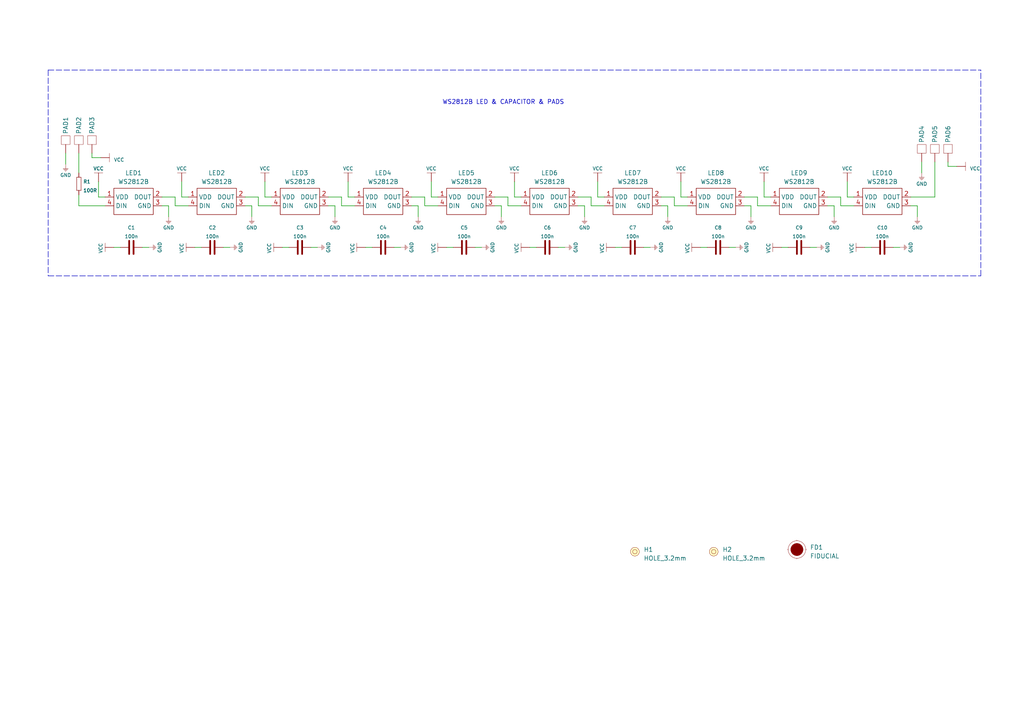
<source format=kicad_sch>
(kicad_sch (version 20211123) (generator eeschema)

  (uuid 25e546e1-a985-4f88-be34-40499372279d)

  (paper "A4")

  (title_block
    (title "Smart LED WS2812B Stick10")
    (date "2021-07-26")
    (rev "V1.1.1.")
    (company "SOLDERED")
    (comment 1 "333056")
  )

  (lib_symbols
    (symbol "e-radionica.com schematics:0603C" (pin_numbers hide) (pin_names (offset 0.002)) (in_bom yes) (on_board yes)
      (property "Reference" "C" (id 0) (at -0.635 3.175 0)
        (effects (font (size 1 1)))
      )
      (property "Value" "0603C" (id 1) (at 0 -3.175 0)
        (effects (font (size 1 1)))
      )
      (property "Footprint" "e-radionica.com footprinti:0603C" (id 2) (at 0 0 0)
        (effects (font (size 1 1)) hide)
      )
      (property "Datasheet" "" (id 3) (at 0 0 0)
        (effects (font (size 1 1)) hide)
      )
      (symbol "0603C_0_1"
        (polyline
          (pts
            (xy -0.635 1.905)
            (xy -0.635 -1.905)
          )
          (stroke (width 0.5) (type default) (color 0 0 0 0))
          (fill (type none))
        )
        (polyline
          (pts
            (xy 0.635 1.905)
            (xy 0.635 -1.905)
          )
          (stroke (width 0.5) (type default) (color 0 0 0 0))
          (fill (type none))
        )
      )
      (symbol "0603C_1_1"
        (pin passive line (at -3.175 0 0) (length 2.54)
          (name "~" (effects (font (size 1.27 1.27))))
          (number "1" (effects (font (size 1.27 1.27))))
        )
        (pin passive line (at 3.175 0 180) (length 2.54)
          (name "~" (effects (font (size 1.27 1.27))))
          (number "2" (effects (font (size 1.27 1.27))))
        )
      )
    )
    (symbol "e-radionica.com schematics:0603R" (pin_numbers hide) (pin_names (offset 0.254)) (in_bom yes) (on_board yes)
      (property "Reference" "R" (id 0) (at -1.905 1.905 0)
        (effects (font (size 1 1)))
      )
      (property "Value" "0603R" (id 1) (at 0 -1.905 0)
        (effects (font (size 1 1)))
      )
      (property "Footprint" "e-radionica.com footprinti:0603R" (id 2) (at -0.635 1.905 0)
        (effects (font (size 1 1)) hide)
      )
      (property "Datasheet" "" (id 3) (at -0.635 1.905 0)
        (effects (font (size 1 1)) hide)
      )
      (symbol "0603R_0_1"
        (rectangle (start -1.905 -0.635) (end 1.905 -0.6604)
          (stroke (width 0.1) (type default) (color 0 0 0 0))
          (fill (type none))
        )
        (rectangle (start -1.905 0.635) (end -1.8796 -0.635)
          (stroke (width 0.1) (type default) (color 0 0 0 0))
          (fill (type none))
        )
        (rectangle (start -1.905 0.635) (end 1.905 0.6096)
          (stroke (width 0.1) (type default) (color 0 0 0 0))
          (fill (type none))
        )
        (rectangle (start 1.905 0.635) (end 1.9304 -0.635)
          (stroke (width 0.1) (type default) (color 0 0 0 0))
          (fill (type none))
        )
      )
      (symbol "0603R_1_1"
        (pin passive line (at -3.175 0 0) (length 1.27)
          (name "~" (effects (font (size 1.27 1.27))))
          (number "1" (effects (font (size 1.27 1.27))))
        )
        (pin passive line (at 3.175 0 180) (length 1.27)
          (name "~" (effects (font (size 1.27 1.27))))
          (number "2" (effects (font (size 1.27 1.27))))
        )
      )
    )
    (symbol "e-radionica.com schematics:FIDUCIAL" (in_bom no) (on_board yes)
      (property "Reference" "FD" (id 0) (at 0 3.81 0)
        (effects (font (size 1.27 1.27)))
      )
      (property "Value" "FIDUCIAL" (id 1) (at 0 -3.81 0)
        (effects (font (size 1.27 1.27)))
      )
      (property "Footprint" "e-radionica.com footprinti:FIDUCIAL_23" (id 2) (at 0.254 -5.334 0)
        (effects (font (size 1.27 1.27)) hide)
      )
      (property "Datasheet" "" (id 3) (at 0 0 0)
        (effects (font (size 1.27 1.27)) hide)
      )
      (symbol "FIDUCIAL_0_1"
        (polyline
          (pts
            (xy -2.54 0)
            (xy -2.794 0)
          )
          (stroke (width 0.0006) (type default) (color 0 0 0 0))
          (fill (type none))
        )
        (polyline
          (pts
            (xy 0 -2.54)
            (xy 0 -2.794)
          )
          (stroke (width 0.0006) (type default) (color 0 0 0 0))
          (fill (type none))
        )
        (polyline
          (pts
            (xy 0 2.54)
            (xy 0 2.794)
          )
          (stroke (width 0.0006) (type default) (color 0 0 0 0))
          (fill (type none))
        )
        (polyline
          (pts
            (xy 2.54 0)
            (xy 2.794 0)
          )
          (stroke (width 0.0006) (type default) (color 0 0 0 0))
          (fill (type none))
        )
        (circle (center 0 0) (radius 1.7961)
          (stroke (width 0.001) (type default) (color 0 0 0 0))
          (fill (type outline))
        )
        (circle (center 0 0) (radius 2.54)
          (stroke (width 0.0006) (type default) (color 0 0 0 0))
          (fill (type none))
        )
      )
    )
    (symbol "e-radionica.com schematics:GND" (power) (pin_names (offset 0)) (in_bom yes) (on_board yes)
      (property "Reference" "#PWR" (id 0) (at 4.445 0 0)
        (effects (font (size 1 1)) hide)
      )
      (property "Value" "GND" (id 1) (at 0 -2.921 0)
        (effects (font (size 1 1)))
      )
      (property "Footprint" "" (id 2) (at 4.445 3.81 0)
        (effects (font (size 1 1)) hide)
      )
      (property "Datasheet" "" (id 3) (at 4.445 3.81 0)
        (effects (font (size 1 1)) hide)
      )
      (property "ki_keywords" "power-flag" (id 4) (at 0 0 0)
        (effects (font (size 1.27 1.27)) hide)
      )
      (property "ki_description" "Power symbol creates a global label with name \"GND\"" (id 5) (at 0 0 0)
        (effects (font (size 1.27 1.27)) hide)
      )
      (symbol "GND_0_1"
        (polyline
          (pts
            (xy -0.762 -1.27)
            (xy 0.762 -1.27)
          )
          (stroke (width 0.0006) (type default) (color 0 0 0 0))
          (fill (type none))
        )
        (polyline
          (pts
            (xy -0.635 -1.524)
            (xy 0.635 -1.524)
          )
          (stroke (width 0.0006) (type default) (color 0 0 0 0))
          (fill (type none))
        )
        (polyline
          (pts
            (xy -0.381 -1.778)
            (xy 0.381 -1.778)
          )
          (stroke (width 0.0006) (type default) (color 0 0 0 0))
          (fill (type none))
        )
        (polyline
          (pts
            (xy -0.127 -2.032)
            (xy 0.127 -2.032)
          )
          (stroke (width 0.0006) (type default) (color 0 0 0 0))
          (fill (type none))
        )
        (polyline
          (pts
            (xy 0 0)
            (xy 0 -1.27)
          )
          (stroke (width 0.0006) (type default) (color 0 0 0 0))
          (fill (type none))
        )
      )
      (symbol "GND_1_1"
        (pin power_in line (at 0 0 270) (length 0) hide
          (name "GND" (effects (font (size 1.27 1.27))))
          (number "1" (effects (font (size 1.27 1.27))))
        )
      )
    )
    (symbol "e-radionica.com schematics:HOLE_3.2mm" (pin_numbers hide) (pin_names hide) (in_bom yes) (on_board yes)
      (property "Reference" "H" (id 0) (at 0 2.54 0)
        (effects (font (size 1.27 1.27)))
      )
      (property "Value" "HOLE_3.2mm" (id 1) (at 0 -2.54 0)
        (effects (font (size 1.27 1.27)))
      )
      (property "Footprint" "e-radionica.com footprinti:HOLE_3.2mm" (id 2) (at 0 0 0)
        (effects (font (size 1.27 1.27)) hide)
      )
      (property "Datasheet" "" (id 3) (at 0 0 0)
        (effects (font (size 1.27 1.27)) hide)
      )
      (symbol "HOLE_3.2mm_0_1"
        (circle (center 0 0) (radius 0.635)
          (stroke (width 0.0006) (type default) (color 0 0 0 0))
          (fill (type none))
        )
        (circle (center 0 0) (radius 1.27)
          (stroke (width 0.001) (type default) (color 0 0 0 0))
          (fill (type background))
        )
      )
    )
    (symbol "e-radionica.com schematics:PAD_2x1.5" (pin_numbers hide) (pin_names hide) (in_bom yes) (on_board yes)
      (property "Reference" "PAD" (id 0) (at 0 2.54 0)
        (effects (font (size 1.27 1.27)))
      )
      (property "Value" "PAD_2x1.5" (id 1) (at 0 -2.54 0)
        (effects (font (size 1.27 1.27)))
      )
      (property "Footprint" "e-radionica.com footprinti:PAD_2x1.5" (id 2) (at -1.27 -3.81 0)
        (effects (font (size 1.27 1.27)) hide)
      )
      (property "Datasheet" "" (id 3) (at -1.27 0 0)
        (effects (font (size 1.27 1.27)) hide)
      )
      (symbol "PAD_2x1.5_0_1"
        (rectangle (start -1.27 1.27) (end 1.27 -1.27)
          (stroke (width 0.0006) (type default) (color 0 0 0 0))
          (fill (type none))
        )
      )
      (symbol "PAD_2x1.5_1_1"
        (pin passive line (at -3.81 0 0) (length 2.54)
          (name "~" (effects (font (size 1.27 1.27))))
          (number "1" (effects (font (size 1.27 1.27))))
        )
      )
    )
    (symbol "e-radionica.com schematics:VCC" (power) (pin_names (offset 0)) (in_bom yes) (on_board yes)
      (property "Reference" "#PWR" (id 0) (at 4.445 0 0)
        (effects (font (size 1 1)) hide)
      )
      (property "Value" "VCC" (id 1) (at 0 3.556 0)
        (effects (font (size 1 1)))
      )
      (property "Footprint" "" (id 2) (at 4.445 3.81 0)
        (effects (font (size 1 1)) hide)
      )
      (property "Datasheet" "" (id 3) (at 4.445 3.81 0)
        (effects (font (size 1 1)) hide)
      )
      (property "ki_keywords" "power-flag" (id 4) (at 0 0 0)
        (effects (font (size 1.27 1.27)) hide)
      )
      (property "ki_description" "Power symbol creates a global label with name \"VCC\"" (id 5) (at 0 0 0)
        (effects (font (size 1.27 1.27)) hide)
      )
      (symbol "VCC_0_1"
        (polyline
          (pts
            (xy -1.27 2.54)
            (xy 1.27 2.54)
          )
          (stroke (width 0.0006) (type default) (color 0 0 0 0))
          (fill (type none))
        )
        (polyline
          (pts
            (xy 0 0)
            (xy 0 2.54)
          )
          (stroke (width 0) (type default) (color 0 0 0 0))
          (fill (type none))
        )
      )
      (symbol "VCC_1_1"
        (pin power_in line (at 0 0 90) (length 0) hide
          (name "VCC" (effects (font (size 1.27 1.27))))
          (number "1" (effects (font (size 1.27 1.27))))
        )
      )
    )
    (symbol "e-radionica.com schematics:WS2812B" (in_bom yes) (on_board yes)
      (property "Reference" "LED?" (id 0) (at 2.54 5.08 0)
        (effects (font (size 1.27 1.27)))
      )
      (property "Value" "WS2812B" (id 1) (at 1.27 -5.08 0)
        (effects (font (size 1.27 1.27)))
      )
      (property "Footprint" "e-radionica.com footprinti:WS2812B LED" (id 2) (at 1.27 -8.89 0)
        (effects (font (size 1.27 1.27)) hide)
      )
      (property "Datasheet" "" (id 3) (at 1.27 -8.89 0)
        (effects (font (size 1.27 1.27)) hide)
      )
      (symbol "WS2812B_0_1"
        (polyline
          (pts
            (xy -5.08 3.81)
            (xy 6.35 3.81)
            (xy 6.35 -3.81)
            (xy -5.08 -3.81)
            (xy -5.08 3.81)
          )
          (stroke (width 0.1524) (type default) (color 0 0 0 0))
          (fill (type none))
        )
      )
      (symbol "WS2812B_1_1"
        (pin input line (at -7.62 1.27 0) (length 2.54)
          (name "VDD" (effects (font (size 1.27 1.27))))
          (number "1" (effects (font (size 1.27 1.27))))
        )
        (pin input line (at 8.89 1.27 180) (length 2.54)
          (name "DOUT" (effects (font (size 1.27 1.27))))
          (number "2" (effects (font (size 1.27 1.27))))
        )
        (pin input line (at 8.89 -1.27 180) (length 2.54)
          (name "GND" (effects (font (size 1.27 1.27))))
          (number "3" (effects (font (size 1.27 1.27))))
        )
        (pin input line (at -7.62 -1.27 0) (length 2.54)
          (name "DIN" (effects (font (size 1.27 1.27))))
          (number "4" (effects (font (size 1.27 1.27))))
        )
      )
    )
  )


  (wire (pts (xy 171.45 57.15) (xy 171.45 59.69))
    (stroke (width 0) (type solid) (color 0 0 0 0))
    (uuid 03f0db48-54ab-4e40-a40b-ef8ae62d44bb)
  )
  (wire (pts (xy 143.51 57.15) (xy 147.32 57.15))
    (stroke (width 0) (type solid) (color 0 0 0 0))
    (uuid 09db198b-fc2d-437a-aa90-a22c4443f79d)
  )
  (wire (pts (xy 123.19 57.15) (xy 123.19 59.69))
    (stroke (width 0) (type solid) (color 0 0 0 0))
    (uuid 0a2c5e91-aee9-44e9-b447-3b35387d8ff6)
  )
  (wire (pts (xy 240.03 59.69) (xy 241.935 59.69))
    (stroke (width 0) (type solid) (color 0 0 0 0))
    (uuid 0c3690e2-9f58-44bd-8b80-be2d157078d6)
  )
  (wire (pts (xy 266.065 59.69) (xy 266.065 62.865))
    (stroke (width 0) (type solid) (color 0 0 0 0))
    (uuid 0cb9a38f-79f2-4d62-840e-6c1723a0adc7)
  )
  (wire (pts (xy 52.705 52.705) (xy 52.705 57.15))
    (stroke (width 0) (type solid) (color 0 0 0 0))
    (uuid 0d722258-962f-428b-9cf1-a05b2a04527f)
  )
  (wire (pts (xy 223.52 57.15) (xy 221.615 57.15))
    (stroke (width 0) (type solid) (color 0 0 0 0))
    (uuid 0e334d79-bf74-414c-a1eb-beaa64f07ad2)
  )
  (wire (pts (xy 119.38 57.15) (xy 123.19 57.15))
    (stroke (width 0) (type solid) (color 0 0 0 0))
    (uuid 0e5a41d0-0eba-41e2-97bc-f1f127792b46)
  )
  (wire (pts (xy 211.455 71.755) (xy 213.36 71.755))
    (stroke (width 0) (type solid) (color 0 0 0 0))
    (uuid 1311cefb-3eb2-4a54-9cb7-928b11aaaa58)
  )
  (wire (pts (xy 26.67 44.45) (xy 26.67 45.72))
    (stroke (width 0) (type solid) (color 0 0 0 0))
    (uuid 13d8c093-8317-4469-a5fd-6d2cdddbbc1b)
  )
  (wire (pts (xy 26.67 45.72) (xy 29.21 45.72))
    (stroke (width 0) (type solid) (color 0 0 0 0))
    (uuid 13d8c093-8317-4469-a5fd-6d2cdddbbc1c)
  )
  (wire (pts (xy 106.045 71.755) (xy 107.95 71.755))
    (stroke (width 0) (type solid) (color 0 0 0 0))
    (uuid 19a02ba9-a9f8-474d-bf72-87dbf6882c9a)
  )
  (wire (pts (xy 151.13 57.15) (xy 149.225 57.15))
    (stroke (width 0) (type solid) (color 0 0 0 0))
    (uuid 1a113027-28f6-43fb-bde4-7a30c7f21f7d)
  )
  (wire (pts (xy 119.38 59.69) (xy 121.285 59.69))
    (stroke (width 0) (type solid) (color 0 0 0 0))
    (uuid 1a4b786b-502b-40bd-9c18-d10cac4eeba2)
  )
  (wire (pts (xy 74.93 57.15) (xy 74.93 59.69))
    (stroke (width 0) (type solid) (color 0 0 0 0))
    (uuid 1eb847af-05df-4bea-b8ed-a160c42de6ad)
  )
  (wire (pts (xy 54.61 57.15) (xy 52.705 57.15))
    (stroke (width 0) (type solid) (color 0 0 0 0))
    (uuid 1f92231c-172f-47de-9b31-27b200fc9aa6)
  )
  (wire (pts (xy 215.9 57.15) (xy 219.71 57.15))
    (stroke (width 0) (type solid) (color 0 0 0 0))
    (uuid 20d80dbe-b40f-43dd-b9fb-b32d90d2d750)
  )
  (wire (pts (xy 129.54 71.755) (xy 131.445 71.755))
    (stroke (width 0) (type solid) (color 0 0 0 0))
    (uuid 20dba83e-7100-43d5-b1a7-fbec56bde5f1)
  )
  (wire (pts (xy 217.805 59.69) (xy 217.805 62.865))
    (stroke (width 0) (type solid) (color 0 0 0 0))
    (uuid 25ff4dcc-55b4-40c3-aff6-96390711d48c)
  )
  (wire (pts (xy 195.58 57.15) (xy 195.58 59.69))
    (stroke (width 0) (type solid) (color 0 0 0 0))
    (uuid 2796ea78-c8a7-4b87-90bc-a3eb644ea3be)
  )
  (wire (pts (xy 125.095 52.705) (xy 125.095 57.15))
    (stroke (width 0) (type solid) (color 0 0 0 0))
    (uuid 27f59910-b4f9-4e9f-a383-da8db02db81b)
  )
  (wire (pts (xy 193.675 59.69) (xy 193.675 62.865))
    (stroke (width 0) (type solid) (color 0 0 0 0))
    (uuid 28c32689-be4c-4ab9-becf-6716ccdb81ce)
  )
  (wire (pts (xy 250.825 71.755) (xy 252.73 71.755))
    (stroke (width 0) (type solid) (color 0 0 0 0))
    (uuid 2a856ac4-2de2-45d8-88b1-1d3bf7ae4a6b)
  )
  (wire (pts (xy 99.06 57.15) (xy 99.06 59.69))
    (stroke (width 0) (type solid) (color 0 0 0 0))
    (uuid 2d9528c5-37e7-45d4-849e-886951e2770e)
  )
  (wire (pts (xy 78.74 57.15) (xy 76.835 57.15))
    (stroke (width 0) (type solid) (color 0 0 0 0))
    (uuid 2fd88cee-cf12-4234-bf70-5ae090e33b3c)
  )
  (wire (pts (xy 173.355 52.705) (xy 173.355 57.15))
    (stroke (width 0) (type solid) (color 0 0 0 0))
    (uuid 2fd892ea-694f-460d-8c4e-67e0f6499958)
  )
  (wire (pts (xy 97.155 59.69) (xy 97.155 62.865))
    (stroke (width 0) (type solid) (color 0 0 0 0))
    (uuid 310e850c-3d43-467d-871f-77230e9a4c27)
  )
  (wire (pts (xy 147.32 57.15) (xy 147.32 59.69))
    (stroke (width 0) (type solid) (color 0 0 0 0))
    (uuid 318a3970-1b25-4558-ba0e-02b91de83e5f)
  )
  (wire (pts (xy 267.335 46.99) (xy 267.335 50.165))
    (stroke (width 0) (type solid) (color 0 0 0 0))
    (uuid 36e9d64e-8d67-4e51-92b9-71a7df635a84)
  )
  (wire (pts (xy 153.67 71.755) (xy 155.575 71.755))
    (stroke (width 0) (type solid) (color 0 0 0 0))
    (uuid 39a3b792-843d-4184-9c5c-f189d03aa10d)
  )
  (wire (pts (xy 145.415 59.69) (xy 145.415 62.865))
    (stroke (width 0) (type solid) (color 0 0 0 0))
    (uuid 3c94a8bc-05a9-49a4-a430-2b7976f519bb)
  )
  (wire (pts (xy 74.93 59.69) (xy 78.74 59.69))
    (stroke (width 0) (type solid) (color 0 0 0 0))
    (uuid 3cd6ba57-bfb7-4981-8b32-0ac3649a7dd4)
  )
  (wire (pts (xy 102.87 57.15) (xy 100.965 57.15))
    (stroke (width 0) (type solid) (color 0 0 0 0))
    (uuid 3d0523c7-4eaf-41fc-96f1-9228d00ac879)
  )
  (wire (pts (xy 241.935 59.69) (xy 241.935 62.865))
    (stroke (width 0) (type solid) (color 0 0 0 0))
    (uuid 40d4cf1e-0e4e-46f3-a938-4f5ce14d8737)
  )
  (wire (pts (xy 127 57.15) (xy 125.095 57.15))
    (stroke (width 0) (type solid) (color 0 0 0 0))
    (uuid 44c20a3e-3262-41bf-bc1a-1f9e29388971)
  )
  (wire (pts (xy 81.915 71.755) (xy 83.82 71.755))
    (stroke (width 0) (type solid) (color 0 0 0 0))
    (uuid 48cd9fb8-e2f7-4d73-8b61-c49c76827bac)
  )
  (wire (pts (xy 264.16 59.69) (xy 266.065 59.69))
    (stroke (width 0) (type solid) (color 0 0 0 0))
    (uuid 498df9ca-abce-4912-baea-3067fb160908)
  )
  (wire (pts (xy 259.08 71.755) (xy 260.985 71.755))
    (stroke (width 0) (type solid) (color 0 0 0 0))
    (uuid 4cf0ce80-4e31-4f54-bae4-150376c7e7a9)
  )
  (wire (pts (xy 161.925 71.755) (xy 163.83 71.755))
    (stroke (width 0) (type solid) (color 0 0 0 0))
    (uuid 4d7fb855-fed4-4040-9515-7b284f6de82f)
  )
  (wire (pts (xy 143.51 59.69) (xy 145.415 59.69))
    (stroke (width 0) (type solid) (color 0 0 0 0))
    (uuid 4e9bdf3f-0903-4fa7-9e66-eb29ea61b50b)
  )
  (wire (pts (xy 167.64 59.69) (xy 169.545 59.69))
    (stroke (width 0) (type solid) (color 0 0 0 0))
    (uuid 55db07c5-4573-4dd9-9e3b-9508eb739c10)
  )
  (wire (pts (xy 247.65 57.15) (xy 245.745 57.15))
    (stroke (width 0) (type solid) (color 0 0 0 0))
    (uuid 5f02ab32-3839-4f3a-844c-5cfc72fdf77f)
  )
  (wire (pts (xy 191.77 57.15) (xy 195.58 57.15))
    (stroke (width 0) (type solid) (color 0 0 0 0))
    (uuid 613865a0-51c6-455a-9919-b587303df36d)
  )
  (wire (pts (xy 245.745 52.705) (xy 245.745 57.15))
    (stroke (width 0) (type solid) (color 0 0 0 0))
    (uuid 696b03e4-3940-4c2a-8517-1ea762046567)
  )
  (wire (pts (xy 219.71 59.69) (xy 223.52 59.69))
    (stroke (width 0) (type solid) (color 0 0 0 0))
    (uuid 6a143de5-dd74-4171-8470-ea99f0f2e3d6)
  )
  (wire (pts (xy 121.285 59.69) (xy 121.285 62.865))
    (stroke (width 0) (type solid) (color 0 0 0 0))
    (uuid 6e12aa60-44da-4eb1-b16d-4a5cb97c2e07)
  )
  (wire (pts (xy 41.275 71.755) (xy 43.18 71.755))
    (stroke (width 0) (type solid) (color 0 0 0 0))
    (uuid 6e933b3f-d318-478f-832a-0c24555d003b)
  )
  (wire (pts (xy 149.225 52.705) (xy 149.225 57.15))
    (stroke (width 0) (type solid) (color 0 0 0 0))
    (uuid 7b483bf7-c5b0-4d4b-bd5e-6068d62a5264)
  )
  (wire (pts (xy 137.795 71.755) (xy 139.7 71.755))
    (stroke (width 0) (type solid) (color 0 0 0 0))
    (uuid 7ddcf036-8c5e-40c5-8abe-f8f7e903d207)
  )
  (wire (pts (xy 100.965 52.705) (xy 100.965 57.15))
    (stroke (width 0) (type solid) (color 0 0 0 0))
    (uuid 805ce536-38b3-465d-a6da-aee087b866ea)
  )
  (wire (pts (xy 199.39 57.15) (xy 197.485 57.15))
    (stroke (width 0) (type solid) (color 0 0 0 0))
    (uuid 82f22040-96d5-445d-8ce0-5614bbe655f3)
  )
  (wire (pts (xy 90.17 71.755) (xy 92.075 71.755))
    (stroke (width 0) (type solid) (color 0 0 0 0))
    (uuid 8a2cd5ec-afb5-4dd0-bc31-85584485cb60)
  )
  (polyline (pts (xy 13.97 20.32) (xy 13.97 80.01))
    (stroke (width 0) (type dash) (color 0 0 0 0))
    (uuid 8a831017-f440-4e8d-bea4-e0171241d5f9)
  )
  (polyline (pts (xy 13.97 20.32) (xy 284.48 20.32))
    (stroke (width 0) (type dash) (color 0 0 0 0))
    (uuid 8a831017-f440-4e8d-bea4-e0171241d5fa)
  )
  (polyline (pts (xy 13.97 80.01) (xy 284.48 80.01))
    (stroke (width 0) (type dash) (color 0 0 0 0))
    (uuid 8a831017-f440-4e8d-bea4-e0171241d5fb)
  )
  (polyline (pts (xy 284.48 80.01) (xy 284.48 20.32))
    (stroke (width 0) (type dash) (color 0 0 0 0))
    (uuid 8a831017-f440-4e8d-bea4-e0171241d5fc)
  )

  (wire (pts (xy 195.58 59.69) (xy 199.39 59.69))
    (stroke (width 0) (type solid) (color 0 0 0 0))
    (uuid 8f9bef59-7b9d-4e93-ba43-a0e027a77b77)
  )
  (wire (pts (xy 33.02 71.755) (xy 34.925 71.755))
    (stroke (width 0) (type solid) (color 0 0 0 0))
    (uuid 9288ce86-1f03-45ec-b81f-5f2a0da58038)
  )
  (wire (pts (xy 95.25 59.69) (xy 97.155 59.69))
    (stroke (width 0) (type solid) (color 0 0 0 0))
    (uuid 969388e5-6a2e-4daa-aa39-939ae4d88a12)
  )
  (wire (pts (xy 64.77 71.755) (xy 66.675 71.755))
    (stroke (width 0) (type solid) (color 0 0 0 0))
    (uuid 9710960f-95fd-4876-b64f-671e27d86f87)
  )
  (wire (pts (xy 274.955 48.26) (xy 277.495 48.26))
    (stroke (width 0) (type solid) (color 0 0 0 0))
    (uuid 9877792c-792e-4f1a-bc6f-cf5f32d9f502)
  )
  (wire (pts (xy 56.515 71.755) (xy 58.42 71.755))
    (stroke (width 0) (type solid) (color 0 0 0 0))
    (uuid 998129b0-4562-4e07-b54f-592fe4054111)
  )
  (wire (pts (xy 197.485 52.705) (xy 197.485 57.15))
    (stroke (width 0) (type solid) (color 0 0 0 0))
    (uuid 9e5afdb1-349b-483e-9250-14a6b910f045)
  )
  (wire (pts (xy 114.3 71.755) (xy 116.205 71.755))
    (stroke (width 0) (type solid) (color 0 0 0 0))
    (uuid a0a3ec31-ab23-4495-a0a9-20f5f0d4bd06)
  )
  (wire (pts (xy 76.835 52.705) (xy 76.835 57.15))
    (stroke (width 0) (type solid) (color 0 0 0 0))
    (uuid a4c07f5c-0e9d-451b-903a-c665e34b24f2)
  )
  (wire (pts (xy 203.2 71.755) (xy 205.105 71.755))
    (stroke (width 0) (type solid) (color 0 0 0 0))
    (uuid a7a2a260-1b9d-42a2-9f67-934fafbe8c00)
  )
  (wire (pts (xy 99.06 59.69) (xy 102.87 59.69))
    (stroke (width 0) (type solid) (color 0 0 0 0))
    (uuid b12dab3d-1069-4c72-b052-39f87db0d675)
  )
  (wire (pts (xy 234.95 71.755) (xy 236.855 71.755))
    (stroke (width 0) (type solid) (color 0 0 0 0))
    (uuid b1a9dfcf-f27e-46c6-9790-17e6558d822a)
  )
  (wire (pts (xy 22.86 44.45) (xy 22.86 50.165))
    (stroke (width 0) (type solid) (color 0 0 0 0))
    (uuid b8495cad-c58c-4cc5-be96-10f62d3d7444)
  )
  (wire (pts (xy 171.45 59.69) (xy 175.26 59.69))
    (stroke (width 0) (type solid) (color 0 0 0 0))
    (uuid b9793e78-bfaa-4c4a-bb0f-9f79bf46afd4)
  )
  (wire (pts (xy 46.99 59.69) (xy 48.895 59.69))
    (stroke (width 0) (type solid) (color 0 0 0 0))
    (uuid bc5d0294-a18d-4c1c-bac4-ccc096dce471)
  )
  (wire (pts (xy 48.895 59.69) (xy 48.895 62.865))
    (stroke (width 0) (type solid) (color 0 0 0 0))
    (uuid bc5d0294-a18d-4c1c-bac4-ccc096dce472)
  )
  (wire (pts (xy 264.16 57.15) (xy 271.145 57.15))
    (stroke (width 0) (type solid) (color 0 0 0 0))
    (uuid bcab1033-f6a7-4517-b2aa-bc8448e1db60)
  )
  (wire (pts (xy 271.145 46.99) (xy 271.145 57.15))
    (stroke (width 0) (type solid) (color 0 0 0 0))
    (uuid bd783540-876c-4ca7-b94c-df506bade6a7)
  )
  (wire (pts (xy 219.71 57.15) (xy 219.71 59.69))
    (stroke (width 0) (type solid) (color 0 0 0 0))
    (uuid c0a3c531-c802-49fa-8755-6455cba0b9f4)
  )
  (wire (pts (xy 19.05 44.45) (xy 19.05 47.625))
    (stroke (width 0) (type solid) (color 0 0 0 0))
    (uuid c45bd5e8-6c78-43c2-9bbb-5cc57954d2da)
  )
  (wire (pts (xy 191.77 59.69) (xy 193.675 59.69))
    (stroke (width 0) (type solid) (color 0 0 0 0))
    (uuid c822a6ab-9042-4068-a159-08b60ab88a2c)
  )
  (wire (pts (xy 243.84 59.69) (xy 247.65 59.69))
    (stroke (width 0) (type solid) (color 0 0 0 0))
    (uuid c9d87076-598b-448e-b4f6-c9174c7e11bf)
  )
  (wire (pts (xy 186.69 71.755) (xy 188.595 71.755))
    (stroke (width 0) (type solid) (color 0 0 0 0))
    (uuid d2303127-9fe7-4110-a205-504347be0b53)
  )
  (wire (pts (xy 221.615 52.705) (xy 221.615 57.15))
    (stroke (width 0) (type solid) (color 0 0 0 0))
    (uuid d64f3d03-e846-4b27-a460-4d7b8e593e37)
  )
  (wire (pts (xy 274.955 46.99) (xy 274.955 48.26))
    (stroke (width 0) (type solid) (color 0 0 0 0))
    (uuid d71c8efd-94ff-4905-a3d4-9c7ed9ada62c)
  )
  (wire (pts (xy 243.84 57.15) (xy 243.84 59.69))
    (stroke (width 0) (type solid) (color 0 0 0 0))
    (uuid d7f13fd5-8c55-4161-b9fa-3cae9dc41867)
  )
  (wire (pts (xy 147.32 59.69) (xy 151.13 59.69))
    (stroke (width 0) (type solid) (color 0 0 0 0))
    (uuid d988248d-d719-4a7e-9b7f-b94aa67f4ba0)
  )
  (wire (pts (xy 123.19 59.69) (xy 127 59.69))
    (stroke (width 0) (type solid) (color 0 0 0 0))
    (uuid d9ec3a20-c04b-4b46-94f5-e0bf33aa578a)
  )
  (wire (pts (xy 169.545 59.69) (xy 169.545 62.865))
    (stroke (width 0) (type solid) (color 0 0 0 0))
    (uuid dc10deff-a714-45dc-8d20-07eddc966478)
  )
  (wire (pts (xy 22.86 56.515) (xy 22.86 59.69))
    (stroke (width 0) (type solid) (color 0 0 0 0))
    (uuid dc5f1b5c-3464-4e80-8b26-e9bacc0fd347)
  )
  (wire (pts (xy 22.86 59.69) (xy 30.48 59.69))
    (stroke (width 0) (type solid) (color 0 0 0 0))
    (uuid dc5f1b5c-3464-4e80-8b26-e9bacc0fd348)
  )
  (wire (pts (xy 240.03 57.15) (xy 243.84 57.15))
    (stroke (width 0) (type solid) (color 0 0 0 0))
    (uuid dc5f930c-bbf0-49ca-987a-ff7ca35e6826)
  )
  (wire (pts (xy 226.695 71.755) (xy 228.6 71.755))
    (stroke (width 0) (type solid) (color 0 0 0 0))
    (uuid df84393f-7de4-4090-89d5-9b085772be4c)
  )
  (wire (pts (xy 28.575 52.705) (xy 28.575 57.15))
    (stroke (width 0) (type solid) (color 0 0 0 0))
    (uuid e3675d4e-e7c9-4749-8966-4a7ae0d9c7f5)
  )
  (wire (pts (xy 30.48 57.15) (xy 28.575 57.15))
    (stroke (width 0) (type solid) (color 0 0 0 0))
    (uuid e3675d4e-e7c9-4749-8966-4a7ae0d9c7f6)
  )
  (wire (pts (xy 167.64 57.15) (xy 171.45 57.15))
    (stroke (width 0) (type solid) (color 0 0 0 0))
    (uuid ecb1b1ec-3823-4c9d-a45a-5a565495f8a7)
  )
  (wire (pts (xy 71.12 59.69) (xy 73.025 59.69))
    (stroke (width 0) (type solid) (color 0 0 0 0))
    (uuid f18581f0-8483-49f5-9e57-15d53e1641cc)
  )
  (wire (pts (xy 46.99 57.15) (xy 50.8 57.15))
    (stroke (width 0) (type solid) (color 0 0 0 0))
    (uuid f4acc565-bd77-4023-b5e1-4cf117ecc7fc)
  )
  (wire (pts (xy 50.8 57.15) (xy 50.8 59.69))
    (stroke (width 0) (type solid) (color 0 0 0 0))
    (uuid f4acc565-bd77-4023-b5e1-4cf117ecc7fd)
  )
  (wire (pts (xy 50.8 59.69) (xy 54.61 59.69))
    (stroke (width 0) (type solid) (color 0 0 0 0))
    (uuid f4acc565-bd77-4023-b5e1-4cf117ecc7fe)
  )
  (wire (pts (xy 73.025 59.69) (xy 73.025 62.865))
    (stroke (width 0) (type solid) (color 0 0 0 0))
    (uuid f835d3fb-6878-4461-a942-998b698c0fe6)
  )
  (wire (pts (xy 71.12 57.15) (xy 74.93 57.15))
    (stroke (width 0) (type solid) (color 0 0 0 0))
    (uuid f8f2ab57-d9fa-4daa-8128-9e8fd824cfc5)
  )
  (wire (pts (xy 95.25 57.15) (xy 99.06 57.15))
    (stroke (width 0) (type solid) (color 0 0 0 0))
    (uuid fe7d01c3-77a8-43ee-97e0-8832c814898e)
  )
  (wire (pts (xy 215.9 59.69) (xy 217.805 59.69))
    (stroke (width 0) (type solid) (color 0 0 0 0))
    (uuid fe98a591-cbe8-4393-8495-d588f585f83f)
  )
  (wire (pts (xy 178.435 71.755) (xy 180.34 71.755))
    (stroke (width 0) (type solid) (color 0 0 0 0))
    (uuid fea702e2-35a5-4e57-a557-98c9b653fff6)
  )
  (wire (pts (xy 175.26 57.15) (xy 173.355 57.15))
    (stroke (width 0) (type solid) (color 0 0 0 0))
    (uuid fef8b41d-37d4-403b-929b-952a0e8337db)
  )

  (text "WS2812B LED & CAPACITOR & PADS" (at 128.27 30.48 0)
    (effects (font (size 1.27 1.27)) (justify left bottom))
    (uuid abef7b61-9458-43aa-828e-0d4e7d09a379)
  )

  (symbol (lib_id "e-radionica.com schematics:GND") (at 19.05 47.625 0) (mirror y) (unit 1)
    (in_bom yes) (on_board yes)
    (uuid 01623b28-763b-4024-90cd-b5c3c1ddd528)
    (property "Reference" "#PWR0144" (id 0) (at 14.605 47.625 0)
      (effects (font (size 1 1)) hide)
    )
    (property "Value" "GND" (id 1) (at 19.05 50.8 0)
      (effects (font (size 1 1)))
    )
    (property "Footprint" "" (id 2) (at 14.605 43.815 0)
      (effects (font (size 1 1)) hide)
    )
    (property "Datasheet" "" (id 3) (at 14.605 43.815 0)
      (effects (font (size 1 1)) hide)
    )
    (pin "1" (uuid 2ff94de9-feb8-4841-a301-6b3ce98eeba6))
  )

  (symbol (lib_id "e-radionica.com schematics:GND") (at 213.36 71.755 90) (unit 1)
    (in_bom yes) (on_board yes)
    (uuid 033f2938-0fb2-411a-bab4-2ebaf5b5ba27)
    (property "Reference" "#PWR0139" (id 0) (at 213.36 67.31 0)
      (effects (font (size 1 1)) hide)
    )
    (property "Value" "GND" (id 1) (at 216.535 71.755 0)
      (effects (font (size 1 1)))
    )
    (property "Footprint" "" (id 2) (at 209.55 67.31 0)
      (effects (font (size 1 1)) hide)
    )
    (property "Datasheet" "" (id 3) (at 209.55 67.31 0)
      (effects (font (size 1 1)) hide)
    )
    (pin "1" (uuid be9d19b9-ee9c-4fe6-bf82-8ec7e7d3346c))
  )

  (symbol (lib_id "e-radionica.com schematics:GND") (at 260.985 71.755 90) (unit 1)
    (in_bom yes) (on_board yes)
    (uuid 05922fd2-3162-404f-8da5-aa00d97613b8)
    (property "Reference" "#PWR0103" (id 0) (at 260.985 67.31 0)
      (effects (font (size 1 1)) hide)
    )
    (property "Value" "GND" (id 1) (at 264.16 71.755 0)
      (effects (font (size 1 1)))
    )
    (property "Footprint" "" (id 2) (at 257.175 67.31 0)
      (effects (font (size 1 1)) hide)
    )
    (property "Datasheet" "" (id 3) (at 257.175 67.31 0)
      (effects (font (size 1 1)) hide)
    )
    (pin "1" (uuid 32163067-7790-491b-976d-0386c32a5d76))
  )

  (symbol (lib_id "e-radionica.com schematics:0603C") (at 183.515 71.755 0) (unit 1)
    (in_bom yes) (on_board yes) (fields_autoplaced)
    (uuid 0694eee9-df22-43fe-86a2-930ff9012af8)
    (property "Reference" "C7" (id 0) (at 183.515 66.04 0)
      (effects (font (size 1 1)))
    )
    (property "Value" "100n" (id 1) (at 183.515 68.58 0)
      (effects (font (size 1 1)))
    )
    (property "Footprint" "e-radionica.com footprinti:0603C" (id 2) (at 183.515 71.755 0)
      (effects (font (size 1 1)) hide)
    )
    (property "Datasheet" "" (id 3) (at 183.515 71.755 0)
      (effects (font (size 1 1)) hide)
    )
    (pin "1" (uuid 31ef1c30-ac4d-44b8-a351-6569f25386a0))
    (pin "2" (uuid aa97392b-f807-486b-85b8-ae2df9fc33e0))
  )

  (symbol (lib_id "e-radionica.com schematics:WS2812B") (at 62.23 58.42 0) (unit 1)
    (in_bom yes) (on_board yes) (fields_autoplaced)
    (uuid 0c1866d7-e51a-4176-856e-e4fd44fd2898)
    (property "Reference" "LED2" (id 0) (at 62.865 50.165 0))
    (property "Value" "WS2812B" (id 1) (at 62.865 52.705 0))
    (property "Footprint" "e-radionica.com footprinti:WS2812B LED" (id 2) (at 63.5 67.31 0)
      (effects (font (size 1.27 1.27)) hide)
    )
    (property "Datasheet" "" (id 3) (at 63.5 67.31 0)
      (effects (font (size 1.27 1.27)) hide)
    )
    (pin "1" (uuid 8a449e1a-c369-4a6e-905d-71b85aec0621))
    (pin "2" (uuid d209b63f-5001-4c46-bf0c-67f30bb160eb))
    (pin "3" (uuid 290d2982-582c-4a3d-8436-7eb59a300cc1))
    (pin "4" (uuid 7f787fbd-3323-4d66-9af7-cf43665c24ea))
  )

  (symbol (lib_id "e-radionica.com schematics:VCC") (at 178.435 71.755 90) (unit 1)
    (in_bom yes) (on_board yes)
    (uuid 1127ab0d-9f07-4367-b230-ba7bef114fd8)
    (property "Reference" "#PWR0132" (id 0) (at 178.435 67.31 0)
      (effects (font (size 1 1)) hide)
    )
    (property "Value" "VCC" (id 1) (at 174.625 70.485 0)
      (effects (font (size 1 1)) (justify right))
    )
    (property "Footprint" "" (id 2) (at 174.625 67.31 0)
      (effects (font (size 1 1)) hide)
    )
    (property "Datasheet" "" (id 3) (at 174.625 67.31 0)
      (effects (font (size 1 1)) hide)
    )
    (pin "1" (uuid 47b31176-93b3-4085-8120-d1dc69dbb265))
  )

  (symbol (lib_id "e-radionica.com schematics:WS2812B") (at 182.88 58.42 0) (unit 1)
    (in_bom yes) (on_board yes) (fields_autoplaced)
    (uuid 141f8d2a-05fe-44e1-ae9a-af99f54e95ab)
    (property "Reference" "LED7" (id 0) (at 183.515 50.165 0))
    (property "Value" "WS2812B" (id 1) (at 183.515 52.705 0))
    (property "Footprint" "e-radionica.com footprinti:WS2812B LED" (id 2) (at 184.15 67.31 0)
      (effects (font (size 1.27 1.27)) hide)
    )
    (property "Datasheet" "" (id 3) (at 184.15 67.31 0)
      (effects (font (size 1.27 1.27)) hide)
    )
    (pin "1" (uuid ddc6969f-74fc-4d55-bed5-a65782c7f850))
    (pin "2" (uuid bb2beb3a-462b-4de6-a950-173df76a7e0f))
    (pin "3" (uuid 256d5892-0f64-425f-a2cf-3caaa7805b5e))
    (pin "4" (uuid 8eb0f886-3c78-4bcb-a81f-23f3b286190a))
  )

  (symbol (lib_id "e-radionica.com schematics:VCC") (at 250.825 71.755 90) (unit 1)
    (in_bom yes) (on_board yes)
    (uuid 17a01303-f512-486a-8908-d43f71f556de)
    (property "Reference" "#PWR0106" (id 0) (at 250.825 67.31 0)
      (effects (font (size 1 1)) hide)
    )
    (property "Value" "VCC" (id 1) (at 247.015 70.485 0)
      (effects (font (size 1 1)) (justify right))
    )
    (property "Footprint" "" (id 2) (at 247.015 67.31 0)
      (effects (font (size 1 1)) hide)
    )
    (property "Datasheet" "" (id 3) (at 247.015 67.31 0)
      (effects (font (size 1 1)) hide)
    )
    (pin "1" (uuid e6da5954-ce11-478a-9efb-548d0ba1d964))
  )

  (symbol (lib_id "e-radionica.com schematics:WS2812B") (at 134.62 58.42 0) (unit 1)
    (in_bom yes) (on_board yes) (fields_autoplaced)
    (uuid 19983094-5e65-4cc3-b6b4-87efe166562c)
    (property "Reference" "LED5" (id 0) (at 135.255 50.165 0))
    (property "Value" "WS2812B" (id 1) (at 135.255 52.705 0))
    (property "Footprint" "e-radionica.com footprinti:WS2812B LED" (id 2) (at 135.89 67.31 0)
      (effects (font (size 1.27 1.27)) hide)
    )
    (property "Datasheet" "" (id 3) (at 135.89 67.31 0)
      (effects (font (size 1.27 1.27)) hide)
    )
    (pin "1" (uuid cf29e08a-8d50-48cf-9765-747ccdfa6563))
    (pin "2" (uuid 089bb304-9b6b-4dc9-9036-b0c8cc08c5f6))
    (pin "3" (uuid a9ac7e77-dd63-49e6-b404-e9b2a42bdec8))
    (pin "4" (uuid adf74dfa-a490-4607-8bed-ba3f8408e372))
  )

  (symbol (lib_id "e-radionica.com schematics:VCC") (at 125.095 52.705 0) (unit 1)
    (in_bom yes) (on_board yes) (fields_autoplaced)
    (uuid 1bf4edd8-b1ad-4a4c-afb4-99c61e838c7b)
    (property "Reference" "#PWR0117" (id 0) (at 129.54 52.705 0)
      (effects (font (size 1 1)) hide)
    )
    (property "Value" "VCC" (id 1) (at 125.095 48.895 0)
      (effects (font (size 1 1)))
    )
    (property "Footprint" "" (id 2) (at 129.54 48.895 0)
      (effects (font (size 1 1)) hide)
    )
    (property "Datasheet" "" (id 3) (at 129.54 48.895 0)
      (effects (font (size 1 1)) hide)
    )
    (pin "1" (uuid 98dc4c8d-8438-4e13-a5d7-09b419fddc24))
  )

  (symbol (lib_id "e-radionica.com schematics:VCC") (at 76.835 52.705 0) (unit 1)
    (in_bom yes) (on_board yes) (fields_autoplaced)
    (uuid 220b412c-02b0-40cf-ac41-36ac41c3c59c)
    (property "Reference" "#PWR0109" (id 0) (at 81.28 52.705 0)
      (effects (font (size 1 1)) hide)
    )
    (property "Value" "VCC" (id 1) (at 76.835 48.895 0)
      (effects (font (size 1 1)))
    )
    (property "Footprint" "" (id 2) (at 81.28 48.895 0)
      (effects (font (size 1 1)) hide)
    )
    (property "Datasheet" "" (id 3) (at 81.28 48.895 0)
      (effects (font (size 1 1)) hide)
    )
    (pin "1" (uuid 5d3ca148-c754-44f9-af58-8434267c8b4d))
  )

  (symbol (lib_id "e-radionica.com schematics:VCC") (at 81.915 71.755 90) (unit 1)
    (in_bom yes) (on_board yes)
    (uuid 24dae30b-a483-41d4-b071-3031cf40e73c)
    (property "Reference" "#PWR0112" (id 0) (at 81.915 67.31 0)
      (effects (font (size 1 1)) hide)
    )
    (property "Value" "VCC" (id 1) (at 78.105 70.485 0)
      (effects (font (size 1 1)) (justify right))
    )
    (property "Footprint" "" (id 2) (at 78.105 67.31 0)
      (effects (font (size 1 1)) hide)
    )
    (property "Datasheet" "" (id 3) (at 78.105 67.31 0)
      (effects (font (size 1 1)) hide)
    )
    (pin "1" (uuid cac59eaf-d072-452b-906b-5e7d6fce8973))
  )

  (symbol (lib_id "e-radionica.com schematics:VCC") (at 100.965 52.705 0) (unit 1)
    (in_bom yes) (on_board yes) (fields_autoplaced)
    (uuid 292d29b2-498e-4307-b5e9-7fa9d15db2a8)
    (property "Reference" "#PWR0118" (id 0) (at 105.41 52.705 0)
      (effects (font (size 1 1)) hide)
    )
    (property "Value" "VCC" (id 1) (at 100.965 48.895 0)
      (effects (font (size 1 1)))
    )
    (property "Footprint" "" (id 2) (at 105.41 48.895 0)
      (effects (font (size 1 1)) hide)
    )
    (property "Datasheet" "" (id 3) (at 105.41 48.895 0)
      (effects (font (size 1 1)) hide)
    )
    (pin "1" (uuid e0c610a3-6472-4a98-b430-c4fb6808e8c1))
  )

  (symbol (lib_id "e-radionica.com schematics:VCC") (at 221.615 52.705 0) (unit 1)
    (in_bom yes) (on_board yes) (fields_autoplaced)
    (uuid 330f60ed-46e8-4463-8efd-b7dbfe6ddeb5)
    (property "Reference" "#PWR0104" (id 0) (at 226.06 52.705 0)
      (effects (font (size 1 1)) hide)
    )
    (property "Value" "VCC" (id 1) (at 221.615 48.895 0)
      (effects (font (size 1 1)))
    )
    (property "Footprint" "" (id 2) (at 226.06 48.895 0)
      (effects (font (size 1 1)) hide)
    )
    (property "Datasheet" "" (id 3) (at 226.06 48.895 0)
      (effects (font (size 1 1)) hide)
    )
    (pin "1" (uuid 63d2239b-6e21-4b42-9862-27ef743f5c1e))
  )

  (symbol (lib_id "e-radionica.com schematics:WS2812B") (at 255.27 58.42 0) (unit 1)
    (in_bom yes) (on_board yes) (fields_autoplaced)
    (uuid 35980857-9c1f-4b47-b96a-e6808ccf9532)
    (property "Reference" "LED10" (id 0) (at 255.905 50.165 0))
    (property "Value" "WS2812B" (id 1) (at 255.905 52.705 0))
    (property "Footprint" "e-radionica.com footprinti:WS2812B LED" (id 2) (at 256.54 67.31 0)
      (effects (font (size 1.27 1.27)) hide)
    )
    (property "Datasheet" "" (id 3) (at 256.54 67.31 0)
      (effects (font (size 1.27 1.27)) hide)
    )
    (pin "1" (uuid e54ffb68-28fb-4f4c-80f5-c153d6ebaba7))
    (pin "2" (uuid 9c6239d8-da97-48d6-af71-0d22aab929ad))
    (pin "3" (uuid d8f8f6e5-2f7a-465b-9bf2-44184c5fdcec))
    (pin "4" (uuid f7c440db-52fb-4b84-91d2-5129e04bc642))
  )

  (symbol (lib_id "e-radionica.com schematics:FIDUCIAL") (at 231.14 159.385 0) (unit 1)
    (in_bom no) (on_board yes) (fields_autoplaced)
    (uuid 3599cc43-c855-4109-a4e6-cf7a19368f8c)
    (property "Reference" "FD1" (id 0) (at 234.95 158.7499 0)
      (effects (font (size 1.27 1.27)) (justify left))
    )
    (property "Value" "FIDUCIAL" (id 1) (at 234.95 161.2899 0)
      (effects (font (size 1.27 1.27)) (justify left))
    )
    (property "Footprint" "e-radionica.com footprinti:FIDUCIAL_23" (id 2) (at 231.394 164.719 0)
      (effects (font (size 1.27 1.27)) hide)
    )
    (property "Datasheet" "" (id 3) (at 231.14 159.385 0)
      (effects (font (size 1.27 1.27)) hide)
    )
  )

  (symbol (lib_id "e-radionica.com schematics:0603C") (at 255.905 71.755 0) (unit 1)
    (in_bom yes) (on_board yes) (fields_autoplaced)
    (uuid 35b9f3d9-b91a-4aed-b100-ee23daef4cf7)
    (property "Reference" "C10" (id 0) (at 255.905 66.04 0)
      (effects (font (size 1 1)))
    )
    (property "Value" "100n" (id 1) (at 255.905 68.58 0)
      (effects (font (size 1 1)))
    )
    (property "Footprint" "e-radionica.com footprinti:0603C" (id 2) (at 255.905 71.755 0)
      (effects (font (size 1 1)) hide)
    )
    (property "Datasheet" "" (id 3) (at 255.905 71.755 0)
      (effects (font (size 1 1)) hide)
    )
    (pin "1" (uuid dba30abb-e3e9-4936-bf4f-6f3086d1523a))
    (pin "2" (uuid 69210ce8-170d-485c-931f-ca1ce53d9180))
  )

  (symbol (lib_id "e-radionica.com schematics:GND") (at 43.18 71.755 90) (unit 1)
    (in_bom yes) (on_board yes)
    (uuid 3a494e15-f3be-4b6a-ae78-19dab1cffa4e)
    (property "Reference" "#PWR0126" (id 0) (at 43.18 67.31 0)
      (effects (font (size 1 1)) hide)
    )
    (property "Value" "GND" (id 1) (at 46.355 71.755 0)
      (effects (font (size 1 1)))
    )
    (property "Footprint" "" (id 2) (at 39.37 67.31 0)
      (effects (font (size 1 1)) hide)
    )
    (property "Datasheet" "" (id 3) (at 39.37 67.31 0)
      (effects (font (size 1 1)) hide)
    )
    (pin "1" (uuid c5263a23-2bc4-4b34-ab52-e0cbbb953add))
  )

  (symbol (lib_id "e-radionica.com schematics:VCC") (at 129.54 71.755 90) (unit 1)
    (in_bom yes) (on_board yes)
    (uuid 3ccc8b51-7afa-48d4-a77c-3112b4032d93)
    (property "Reference" "#PWR0120" (id 0) (at 129.54 67.31 0)
      (effects (font (size 1 1)) hide)
    )
    (property "Value" "VCC" (id 1) (at 125.73 70.485 0)
      (effects (font (size 1 1)) (justify right))
    )
    (property "Footprint" "" (id 2) (at 125.73 67.31 0)
      (effects (font (size 1 1)) hide)
    )
    (property "Datasheet" "" (id 3) (at 125.73 67.31 0)
      (effects (font (size 1 1)) hide)
    )
    (pin "1" (uuid 152ec106-86cc-4dfd-880d-380e94700476))
  )

  (symbol (lib_id "e-radionica.com schematics:GND") (at 92.075 71.755 90) (unit 1)
    (in_bom yes) (on_board yes)
    (uuid 3fbcb652-fba5-489a-bdf5-0e166bb51aaf)
    (property "Reference" "#PWR0114" (id 0) (at 92.075 67.31 0)
      (effects (font (size 1 1)) hide)
    )
    (property "Value" "GND" (id 1) (at 95.25 71.755 0)
      (effects (font (size 1 1)))
    )
    (property "Footprint" "" (id 2) (at 88.265 67.31 0)
      (effects (font (size 1 1)) hide)
    )
    (property "Datasheet" "" (id 3) (at 88.265 67.31 0)
      (effects (font (size 1 1)) hide)
    )
    (pin "1" (uuid baf3d0c7-6063-44ad-a61c-05bfc11583b0))
  )

  (symbol (lib_id "e-radionica.com schematics:0603C") (at 86.995 71.755 0) (unit 1)
    (in_bom yes) (on_board yes) (fields_autoplaced)
    (uuid 41e6fe3c-1d82-484b-9972-38a86810e731)
    (property "Reference" "C3" (id 0) (at 86.995 66.04 0)
      (effects (font (size 1 1)))
    )
    (property "Value" "100n" (id 1) (at 86.995 68.58 0)
      (effects (font (size 1 1)))
    )
    (property "Footprint" "e-radionica.com footprinti:0603C" (id 2) (at 86.995 71.755 0)
      (effects (font (size 1 1)) hide)
    )
    (property "Datasheet" "" (id 3) (at 86.995 71.755 0)
      (effects (font (size 1 1)) hide)
    )
    (pin "1" (uuid daa683b5-221f-46bf-bbbf-fb4cc69b5f32))
    (pin "2" (uuid 5f531a6f-f24c-4ed4-984b-a547b1aed844))
  )

  (symbol (lib_id "e-radionica.com schematics:GND") (at 48.895 62.865 0) (unit 1)
    (in_bom yes) (on_board yes)
    (uuid 4553990a-b354-4e13-83fb-d51b701e07a5)
    (property "Reference" "#PWR0123" (id 0) (at 53.34 62.865 0)
      (effects (font (size 1 1)) hide)
    )
    (property "Value" "GND" (id 1) (at 48.895 66.04 0)
      (effects (font (size 1 1)))
    )
    (property "Footprint" "" (id 2) (at 53.34 59.055 0)
      (effects (font (size 1 1)) hide)
    )
    (property "Datasheet" "" (id 3) (at 53.34 59.055 0)
      (effects (font (size 1 1)) hide)
    )
    (pin "1" (uuid 8b1676ac-ce41-4897-8293-50f7aa08265c))
  )

  (symbol (lib_id "e-radionica.com schematics:PAD_2x1.5") (at 22.86 40.64 90) (unit 1)
    (in_bom yes) (on_board yes)
    (uuid 4669c19d-82d3-43e0-b652-e4b1cfaf950b)
    (property "Reference" "PAD2" (id 0) (at 22.86 33.8452 0)
      (effects (font (size 1.27 1.27)) (justify right))
    )
    (property "Value" "PAD_2x1.5" (id 1) (at 25.4 44.0052 90)
      (effects (font (size 1.27 1.27)) (justify right) hide)
    )
    (property "Footprint" "e-radionica.com footprinti:PAD_2x1.5" (id 2) (at 26.67 41.91 0)
      (effects (font (size 1.27 1.27)) hide)
    )
    (property "Datasheet" "" (id 3) (at 22.86 41.91 0)
      (effects (font (size 1.27 1.27)) hide)
    )
    (pin "1" (uuid d2b31768-1cb2-4a54-a255-2607ec273e6c))
  )

  (symbol (lib_id "e-radionica.com schematics:GND") (at 267.335 50.165 0) (mirror y) (unit 1)
    (in_bom yes) (on_board yes)
    (uuid 4935e9d6-ddfe-4639-a37b-dac849671977)
    (property "Reference" "#PWR0141" (id 0) (at 262.89 50.165 0)
      (effects (font (size 1 1)) hide)
    )
    (property "Value" "GND" (id 1) (at 267.335 53.34 0)
      (effects (font (size 1 1)))
    )
    (property "Footprint" "" (id 2) (at 262.89 46.355 0)
      (effects (font (size 1 1)) hide)
    )
    (property "Datasheet" "" (id 3) (at 262.89 46.355 0)
      (effects (font (size 1 1)) hide)
    )
    (pin "1" (uuid 7859a36c-1a15-439f-af44-cce8283e5740))
  )

  (symbol (lib_id "e-radionica.com schematics:VCC") (at 203.2 71.755 90) (unit 1)
    (in_bom yes) (on_board yes)
    (uuid 4b7706f8-e588-46e8-b493-c23367c75d21)
    (property "Reference" "#PWR0137" (id 0) (at 203.2 67.31 0)
      (effects (font (size 1 1)) hide)
    )
    (property "Value" "VCC" (id 1) (at 199.39 70.485 0)
      (effects (font (size 1 1)) (justify right))
    )
    (property "Footprint" "" (id 2) (at 199.39 67.31 0)
      (effects (font (size 1 1)) hide)
    )
    (property "Datasheet" "" (id 3) (at 199.39 67.31 0)
      (effects (font (size 1 1)) hide)
    )
    (pin "1" (uuid e602d48e-d03c-48c1-b0fa-81732eef675b))
  )

  (symbol (lib_id "e-radionica.com schematics:0603C") (at 208.28 71.755 0) (unit 1)
    (in_bom yes) (on_board yes) (fields_autoplaced)
    (uuid 4b92232e-d5ae-44e8-b52f-8231b98c67c9)
    (property "Reference" "C8" (id 0) (at 208.28 66.04 0)
      (effects (font (size 1 1)))
    )
    (property "Value" "100n" (id 1) (at 208.28 68.58 0)
      (effects (font (size 1 1)))
    )
    (property "Footprint" "e-radionica.com footprinti:0603C" (id 2) (at 208.28 71.755 0)
      (effects (font (size 1 1)) hide)
    )
    (property "Datasheet" "" (id 3) (at 208.28 71.755 0)
      (effects (font (size 1 1)) hide)
    )
    (pin "1" (uuid c99fd08f-e2b1-420c-8d81-22d3bfdca0fb))
    (pin "2" (uuid 6a84ad08-f576-436d-b7fa-48d548b639c3))
  )

  (symbol (lib_id "e-radionica.com schematics:WS2812B") (at 158.75 58.42 0) (unit 1)
    (in_bom yes) (on_board yes) (fields_autoplaced)
    (uuid 4d321044-1ccc-4282-a683-f10cf41baedf)
    (property "Reference" "LED6" (id 0) (at 159.385 50.165 0))
    (property "Value" "WS2812B" (id 1) (at 159.385 52.705 0))
    (property "Footprint" "e-radionica.com footprinti:WS2812B LED" (id 2) (at 160.02 67.31 0)
      (effects (font (size 1.27 1.27)) hide)
    )
    (property "Datasheet" "" (id 3) (at 160.02 67.31 0)
      (effects (font (size 1.27 1.27)) hide)
    )
    (pin "1" (uuid fe05ed42-40e6-4b49-abff-2a7d36926fc2))
    (pin "2" (uuid 08c95cee-c762-4564-9db1-34942e3eca00))
    (pin "3" (uuid d95ca4fc-3120-4573-88fa-ea2a83bc7214))
    (pin "4" (uuid 46d85c9e-0dcc-4241-ba51-c903f2df0e0b))
  )

  (symbol (lib_id "e-radionica.com schematics:PAD_2x1.5") (at 19.05 40.64 90) (unit 1)
    (in_bom yes) (on_board yes)
    (uuid 4f10d492-345c-4ce3-a448-af6e7d74b05c)
    (property "Reference" "PAD1" (id 0) (at 19.05 33.8452 0)
      (effects (font (size 1.27 1.27)) (justify right))
    )
    (property "Value" "PAD_2x1.5" (id 1) (at 21.59 44.0052 90)
      (effects (font (size 1.27 1.27)) (justify right) hide)
    )
    (property "Footprint" "e-radionica.com footprinti:PAD_2x1.5" (id 2) (at 22.86 41.91 0)
      (effects (font (size 1.27 1.27)) hide)
    )
    (property "Datasheet" "" (id 3) (at 19.05 41.91 0)
      (effects (font (size 1.27 1.27)) hide)
    )
    (pin "1" (uuid 4928f544-0d99-4f11-97ec-534e813bdec8))
  )

  (symbol (lib_id "e-radionica.com schematics:WS2812B") (at 86.36 58.42 0) (unit 1)
    (in_bom yes) (on_board yes) (fields_autoplaced)
    (uuid 523db007-5d1b-4e9b-a435-cbfef82d8abe)
    (property "Reference" "LED3" (id 0) (at 86.995 50.165 0))
    (property "Value" "WS2812B" (id 1) (at 86.995 52.705 0))
    (property "Footprint" "e-radionica.com footprinti:WS2812B LED" (id 2) (at 87.63 67.31 0)
      (effects (font (size 1.27 1.27)) hide)
    )
    (property "Datasheet" "" (id 3) (at 87.63 67.31 0)
      (effects (font (size 1.27 1.27)) hide)
    )
    (pin "1" (uuid 5acb5936-02c6-4fba-9581-0b7045420af0))
    (pin "2" (uuid 6e50f506-b78f-44fd-a24a-6e2ff83f6628))
    (pin "3" (uuid 6159b6eb-b4fe-4714-a7af-ebab250ab9da))
    (pin "4" (uuid fa238e5a-b9e7-4286-bc61-76f0955010b1))
  )

  (symbol (lib_id "e-radionica.com schematics:GND") (at 217.805 62.865 0) (unit 1)
    (in_bom yes) (on_board yes)
    (uuid 5295de97-11dc-4274-866e-ecf0f0d20811)
    (property "Reference" "#PWR0138" (id 0) (at 222.25 62.865 0)
      (effects (font (size 1 1)) hide)
    )
    (property "Value" "GND" (id 1) (at 217.805 66.04 0)
      (effects (font (size 1 1)))
    )
    (property "Footprint" "" (id 2) (at 222.25 59.055 0)
      (effects (font (size 1 1)) hide)
    )
    (property "Datasheet" "" (id 3) (at 222.25 59.055 0)
      (effects (font (size 1 1)) hide)
    )
    (pin "1" (uuid 18e05588-bb4b-463b-8b84-781e2dfc20d2))
  )

  (symbol (lib_id "e-radionica.com schematics:WS2812B") (at 231.14 58.42 0) (unit 1)
    (in_bom yes) (on_board yes) (fields_autoplaced)
    (uuid 5e0420e9-f34d-4176-8722-f37a7185a17f)
    (property "Reference" "LED9" (id 0) (at 231.775 50.165 0))
    (property "Value" "WS2812B" (id 1) (at 231.775 52.705 0))
    (property "Footprint" "e-radionica.com footprinti:WS2812B LED" (id 2) (at 232.41 67.31 0)
      (effects (font (size 1.27 1.27)) hide)
    )
    (property "Datasheet" "" (id 3) (at 232.41 67.31 0)
      (effects (font (size 1.27 1.27)) hide)
    )
    (pin "1" (uuid fd177150-7f24-4978-bd82-83ec7ec67a55))
    (pin "2" (uuid 96b35940-95ba-484b-858b-571abf3a5c35))
    (pin "3" (uuid 5989a71b-5658-4d14-8a25-63efb2191713))
    (pin "4" (uuid 544bcecb-d384-4dee-a6cb-e6e7043078d9))
  )

  (symbol (lib_id "e-radionica.com schematics:GND") (at 73.025 62.865 0) (unit 1)
    (in_bom yes) (on_board yes)
    (uuid 6273c8c3-23e5-426e-8fad-d2d72f3e7bac)
    (property "Reference" "#PWR0113" (id 0) (at 77.47 62.865 0)
      (effects (font (size 1 1)) hide)
    )
    (property "Value" "GND" (id 1) (at 73.025 66.04 0)
      (effects (font (size 1 1)))
    )
    (property "Footprint" "" (id 2) (at 77.47 59.055 0)
      (effects (font (size 1 1)) hide)
    )
    (property "Datasheet" "" (id 3) (at 77.47 59.055 0)
      (effects (font (size 1 1)) hide)
    )
    (pin "1" (uuid 11cc09bf-3575-4c88-9255-f7bf8f0b3e3e))
  )

  (symbol (lib_id "e-radionica.com schematics:VCC") (at 197.485 52.705 0) (unit 1)
    (in_bom yes) (on_board yes) (fields_autoplaced)
    (uuid 628abcbf-1b50-4242-9e69-95fd081a7e9b)
    (property "Reference" "#PWR0133" (id 0) (at 201.93 52.705 0)
      (effects (font (size 1 1)) hide)
    )
    (property "Value" "VCC" (id 1) (at 197.485 48.895 0)
      (effects (font (size 1 1)))
    )
    (property "Footprint" "" (id 2) (at 201.93 48.895 0)
      (effects (font (size 1 1)) hide)
    )
    (property "Datasheet" "" (id 3) (at 201.93 48.895 0)
      (effects (font (size 1 1)) hide)
    )
    (pin "1" (uuid f6120a2d-082a-4cae-ae65-20bc32445021))
  )

  (symbol (lib_id "e-radionica.com schematics:VCC") (at 33.02 71.755 90) (unit 1)
    (in_bom yes) (on_board yes)
    (uuid 6fab0891-b999-4176-b8f6-36c0647fd547)
    (property "Reference" "#PWR0125" (id 0) (at 33.02 67.31 0)
      (effects (font (size 1 1)) hide)
    )
    (property "Value" "VCC" (id 1) (at 29.21 70.485 0)
      (effects (font (size 1 1)) (justify right))
    )
    (property "Footprint" "" (id 2) (at 29.21 67.31 0)
      (effects (font (size 1 1)) hide)
    )
    (property "Datasheet" "" (id 3) (at 29.21 67.31 0)
      (effects (font (size 1 1)) hide)
    )
    (pin "1" (uuid 40afe42a-96b1-4a2f-9d4f-a510eb593310))
  )

  (symbol (lib_id "e-radionica.com schematics:GND") (at 266.065 62.865 0) (unit 1)
    (in_bom yes) (on_board yes)
    (uuid 74984f0c-fe5a-4905-89d4-173f38681825)
    (property "Reference" "#PWR0107" (id 0) (at 270.51 62.865 0)
      (effects (font (size 1 1)) hide)
    )
    (property "Value" "GND" (id 1) (at 266.065 66.04 0)
      (effects (font (size 1 1)))
    )
    (property "Footprint" "" (id 2) (at 270.51 59.055 0)
      (effects (font (size 1 1)) hide)
    )
    (property "Datasheet" "" (id 3) (at 270.51 59.055 0)
      (effects (font (size 1 1)) hide)
    )
    (pin "1" (uuid 7413d7a7-3cff-425c-99e4-4ae545ea9cc8))
  )

  (symbol (lib_id "e-radionica.com schematics:VCC") (at 52.705 52.705 0) (unit 1)
    (in_bom yes) (on_board yes) (fields_autoplaced)
    (uuid 78427152-8089-4fcb-99e8-5829168740f2)
    (property "Reference" "#PWR0110" (id 0) (at 57.15 52.705 0)
      (effects (font (size 1 1)) hide)
    )
    (property "Value" "VCC" (id 1) (at 52.705 48.895 0)
      (effects (font (size 1 1)))
    )
    (property "Footprint" "" (id 2) (at 57.15 48.895 0)
      (effects (font (size 1 1)) hide)
    )
    (property "Datasheet" "" (id 3) (at 57.15 48.895 0)
      (effects (font (size 1 1)) hide)
    )
    (pin "1" (uuid e7bb4898-a150-4da7-8624-d63e1b6bafbf))
  )

  (symbol (lib_id "e-radionica.com schematics:HOLE_3.2mm") (at 207.01 160.02 0) (unit 1)
    (in_bom yes) (on_board yes) (fields_autoplaced)
    (uuid 7a744dfc-5f4e-4d8f-a8bf-3370e4de2c60)
    (property "Reference" "H2" (id 0) (at 209.55 159.3849 0)
      (effects (font (size 1.27 1.27)) (justify left))
    )
    (property "Value" "HOLE_3.2mm" (id 1) (at 209.55 161.9249 0)
      (effects (font (size 1.27 1.27)) (justify left))
    )
    (property "Footprint" "e-radionica.com footprinti:HOLE_3.2mm" (id 2) (at 207.01 160.02 0)
      (effects (font (size 1.27 1.27)) hide)
    )
    (property "Datasheet" "" (id 3) (at 207.01 160.02 0)
      (effects (font (size 1.27 1.27)) hide)
    )
  )

  (symbol (lib_id "e-radionica.com schematics:WS2812B") (at 38.1 58.42 0) (unit 1)
    (in_bom yes) (on_board yes) (fields_autoplaced)
    (uuid 7e597c70-98aa-4cc2-a36b-cd1a1500a8f2)
    (property "Reference" "LED1" (id 0) (at 38.735 50.165 0))
    (property "Value" "WS2812B" (id 1) (at 38.735 52.705 0))
    (property "Footprint" "e-radionica.com footprinti:WS2812B LED" (id 2) (at 39.37 67.31 0)
      (effects (font (size 1.27 1.27)) hide)
    )
    (property "Datasheet" "" (id 3) (at 39.37 67.31 0)
      (effects (font (size 1.27 1.27)) hide)
    )
    (pin "1" (uuid 225cdb27-e50a-4e69-9c14-ae7c784a521f))
    (pin "2" (uuid 16610e6f-d5d7-467d-be55-6e0e8e001709))
    (pin "3" (uuid 7a07b83b-95b7-47e9-b4b7-f977966f1bb8))
    (pin "4" (uuid 93c5ac5f-f11c-4d9d-85ea-6854e4ad679f))
  )

  (symbol (lib_id "e-radionica.com schematics:0603R") (at 22.86 53.34 90) (unit 1)
    (in_bom yes) (on_board yes)
    (uuid 7fe2641d-1f63-4c4d-8c7e-4d440902f016)
    (property "Reference" "R1" (id 0) (at 24.13 52.705 90)
      (effects (font (size 1 1)) (justify right))
    )
    (property "Value" "100R" (id 1) (at 24.13 55.245 90)
      (effects (font (size 1 1)) (justify right))
    )
    (property "Footprint" "e-radionica.com footprinti:0603R" (id 2) (at 20.955 53.975 0)
      (effects (font (size 1 1)) hide)
    )
    (property "Datasheet" "" (id 3) (at 20.955 53.975 0)
      (effects (font (size 1 1)) hide)
    )
    (pin "1" (uuid 69fe4185-eb9c-4c22-867a-c0bae10209cb))
    (pin "2" (uuid 0ae9d60c-49a3-445b-a474-f0bacb46d277))
  )

  (symbol (lib_id "e-radionica.com schematics:VCC") (at 149.225 52.705 0) (unit 1)
    (in_bom yes) (on_board yes) (fields_autoplaced)
    (uuid 839166a5-e6ff-43dc-a9c8-b04bf5265839)
    (property "Reference" "#PWR0129" (id 0) (at 153.67 52.705 0)
      (effects (font (size 1 1)) hide)
    )
    (property "Value" "VCC" (id 1) (at 149.225 48.895 0)
      (effects (font (size 1 1)))
    )
    (property "Footprint" "" (id 2) (at 153.67 48.895 0)
      (effects (font (size 1 1)) hide)
    )
    (property "Datasheet" "" (id 3) (at 153.67 48.895 0)
      (effects (font (size 1 1)) hide)
    )
    (pin "1" (uuid 85490d78-20ab-4ba8-a536-14fd90f7e304))
  )

  (symbol (lib_id "e-radionica.com schematics:VCC") (at 29.21 45.72 270) (unit 1)
    (in_bom yes) (on_board yes) (fields_autoplaced)
    (uuid 85e0735e-a0d0-4122-b083-8429bd03aae8)
    (property "Reference" "#PWR0143" (id 0) (at 29.21 50.165 0)
      (effects (font (size 1 1)) hide)
    )
    (property "Value" "VCC" (id 1) (at 33.02 46.355 90)
      (effects (font (size 1 1)) (justify left))
    )
    (property "Footprint" "" (id 2) (at 33.02 50.165 0)
      (effects (font (size 1 1)) hide)
    )
    (property "Datasheet" "" (id 3) (at 33.02 50.165 0)
      (effects (font (size 1 1)) hide)
    )
    (pin "1" (uuid 94e8158e-467c-4d34-8d76-beabef9689cd))
  )

  (symbol (lib_id "e-radionica.com schematics:WS2812B") (at 110.49 58.42 0) (unit 1)
    (in_bom yes) (on_board yes) (fields_autoplaced)
    (uuid 88273449-8d72-4624-82c0-fe1a97d9ccef)
    (property "Reference" "LED4" (id 0) (at 111.125 50.165 0))
    (property "Value" "WS2812B" (id 1) (at 111.125 52.705 0))
    (property "Footprint" "e-radionica.com footprinti:WS2812B LED" (id 2) (at 111.76 67.31 0)
      (effects (font (size 1.27 1.27)) hide)
    )
    (property "Datasheet" "" (id 3) (at 111.76 67.31 0)
      (effects (font (size 1.27 1.27)) hide)
    )
    (pin "1" (uuid 2c1cd1a9-672c-4c73-91ca-3fe2a41d9128))
    (pin "2" (uuid 2b3e284a-e4a6-4e12-a404-d8be74e459dc))
    (pin "3" (uuid 08667094-3b5e-4de6-ba3d-683b67435d4d))
    (pin "4" (uuid 7fdb66d9-913a-4522-9441-9144d6ad1d02))
  )

  (symbol (lib_id "e-radionica.com schematics:GND") (at 121.285 62.865 0) (unit 1)
    (in_bom yes) (on_board yes)
    (uuid 884f496f-3d42-4747-b405-67664eda3d1c)
    (property "Reference" "#PWR0116" (id 0) (at 125.73 62.865 0)
      (effects (font (size 1 1)) hide)
    )
    (property "Value" "GND" (id 1) (at 121.285 66.04 0)
      (effects (font (size 1 1)))
    )
    (property "Footprint" "" (id 2) (at 125.73 59.055 0)
      (effects (font (size 1 1)) hide)
    )
    (property "Datasheet" "" (id 3) (at 125.73 59.055 0)
      (effects (font (size 1 1)) hide)
    )
    (pin "1" (uuid 46a22989-a08d-48e5-ad01-2d29b5bc58c7))
  )

  (symbol (lib_id "e-radionica.com schematics:0603C") (at 111.125 71.755 0) (unit 1)
    (in_bom yes) (on_board yes) (fields_autoplaced)
    (uuid 8fb34bb0-772f-40e4-bbed-07ecef8c2bee)
    (property "Reference" "C4" (id 0) (at 111.125 66.04 0)
      (effects (font (size 1 1)))
    )
    (property "Value" "100n" (id 1) (at 111.125 68.58 0)
      (effects (font (size 1 1)))
    )
    (property "Footprint" "e-radionica.com footprinti:0603C" (id 2) (at 111.125 71.755 0)
      (effects (font (size 1 1)) hide)
    )
    (property "Datasheet" "" (id 3) (at 111.125 71.755 0)
      (effects (font (size 1 1)) hide)
    )
    (pin "1" (uuid a6a29cde-73b8-479e-9a8b-d96cde8d2524))
    (pin "2" (uuid b390d6de-33fd-407f-9aa3-968450b1856f))
  )

  (symbol (lib_id "e-radionica.com schematics:VCC") (at 28.575 52.705 0) (unit 1)
    (in_bom yes) (on_board yes) (fields_autoplaced)
    (uuid 93948d6c-2dc2-422b-b627-afa72ea4eb5f)
    (property "Reference" "#PWR0122" (id 0) (at 33.02 52.705 0)
      (effects (font (size 1 1)) hide)
    )
    (property "Value" "VCC" (id 1) (at 28.575 48.895 0)
      (effects (font (size 1 1)))
    )
    (property "Footprint" "" (id 2) (at 33.02 48.895 0)
      (effects (font (size 1 1)) hide)
    )
    (property "Datasheet" "" (id 3) (at 33.02 48.895 0)
      (effects (font (size 1 1)) hide)
    )
    (pin "1" (uuid 7c7aa7e7-dcb0-4066-9bb0-1b95f1c7da55))
  )

  (symbol (lib_id "e-radionica.com schematics:0603C") (at 158.75 71.755 0) (unit 1)
    (in_bom yes) (on_board yes) (fields_autoplaced)
    (uuid 95278eee-3423-4b4a-8a20-adb3e929b1c9)
    (property "Reference" "C6" (id 0) (at 158.75 66.04 0)
      (effects (font (size 1 1)))
    )
    (property "Value" "100n" (id 1) (at 158.75 68.58 0)
      (effects (font (size 1 1)))
    )
    (property "Footprint" "e-radionica.com footprinti:0603C" (id 2) (at 158.75 71.755 0)
      (effects (font (size 1 1)) hide)
    )
    (property "Datasheet" "" (id 3) (at 158.75 71.755 0)
      (effects (font (size 1 1)) hide)
    )
    (pin "1" (uuid ee7e2120-21b2-45b3-9d36-00bbe10ce9fa))
    (pin "2" (uuid d336c397-b986-48b0-81a8-14bcc8c1b663))
  )

  (symbol (lib_id "e-radionica.com schematics:GND") (at 139.7 71.755 90) (unit 1)
    (in_bom yes) (on_board yes)
    (uuid 95c40583-0506-43bf-91dd-59d881d603e4)
    (property "Reference" "#PWR0131" (id 0) (at 139.7 67.31 0)
      (effects (font (size 1 1)) hide)
    )
    (property "Value" "GND" (id 1) (at 142.875 71.755 0)
      (effects (font (size 1 1)))
    )
    (property "Footprint" "" (id 2) (at 135.89 67.31 0)
      (effects (font (size 1 1)) hide)
    )
    (property "Datasheet" "" (id 3) (at 135.89 67.31 0)
      (effects (font (size 1 1)) hide)
    )
    (pin "1" (uuid 7853cad7-a8ab-4dfd-8a3c-2d36990d5478))
  )

  (symbol (lib_id "e-radionica.com schematics:GND") (at 188.595 71.755 90) (unit 1)
    (in_bom yes) (on_board yes)
    (uuid 97109d4c-a196-4b57-84f9-4c90eb473a82)
    (property "Reference" "#PWR0136" (id 0) (at 188.595 67.31 0)
      (effects (font (size 1 1)) hide)
    )
    (property "Value" "GND" (id 1) (at 191.77 71.755 0)
      (effects (font (size 1 1)))
    )
    (property "Footprint" "" (id 2) (at 184.785 67.31 0)
      (effects (font (size 1 1)) hide)
    )
    (property "Datasheet" "" (id 3) (at 184.785 67.31 0)
      (effects (font (size 1 1)) hide)
    )
    (pin "1" (uuid c42fce23-6ef8-48d5-a43f-911a6eedd898))
  )

  (symbol (lib_id "e-radionica.com schematics:GND") (at 145.415 62.865 0) (unit 1)
    (in_bom yes) (on_board yes)
    (uuid 9d2d6418-216b-4929-99b7-de188ff22772)
    (property "Reference" "#PWR0130" (id 0) (at 149.86 62.865 0)
      (effects (font (size 1 1)) hide)
    )
    (property "Value" "GND" (id 1) (at 145.415 66.04 0)
      (effects (font (size 1 1)))
    )
    (property "Footprint" "" (id 2) (at 149.86 59.055 0)
      (effects (font (size 1 1)) hide)
    )
    (property "Datasheet" "" (id 3) (at 149.86 59.055 0)
      (effects (font (size 1 1)) hide)
    )
    (pin "1" (uuid 78f206a0-8897-492d-b4f6-c91b1ca64c6e))
  )

  (symbol (lib_id "e-radionica.com schematics:GND") (at 241.935 62.865 0) (unit 1)
    (in_bom yes) (on_board yes)
    (uuid 9f539ace-06a2-46a8-bb96-a12c46233315)
    (property "Reference" "#PWR0102" (id 0) (at 246.38 62.865 0)
      (effects (font (size 1 1)) hide)
    )
    (property "Value" "GND" (id 1) (at 241.935 66.04 0)
      (effects (font (size 1 1)))
    )
    (property "Footprint" "" (id 2) (at 246.38 59.055 0)
      (effects (font (size 1 1)) hide)
    )
    (property "Datasheet" "" (id 3) (at 246.38 59.055 0)
      (effects (font (size 1 1)) hide)
    )
    (pin "1" (uuid e5860bb9-d1c9-4775-ac5a-bbba3cd17e24))
  )

  (symbol (lib_id "e-radionica.com schematics:VCC") (at 153.67 71.755 90) (unit 1)
    (in_bom yes) (on_board yes)
    (uuid 9fe82f4d-d10c-463d-b246-78a75bfbf71c)
    (property "Reference" "#PWR0121" (id 0) (at 153.67 67.31 0)
      (effects (font (size 1 1)) hide)
    )
    (property "Value" "VCC" (id 1) (at 149.86 70.485 0)
      (effects (font (size 1 1)) (justify right))
    )
    (property "Footprint" "" (id 2) (at 149.86 67.31 0)
      (effects (font (size 1 1)) hide)
    )
    (property "Datasheet" "" (id 3) (at 149.86 67.31 0)
      (effects (font (size 1 1)) hide)
    )
    (pin "1" (uuid 0df503ce-c99f-4840-8be2-d0f44705c7f1))
  )

  (symbol (lib_id "e-radionica.com schematics:0603C") (at 61.595 71.755 0) (unit 1)
    (in_bom yes) (on_board yes) (fields_autoplaced)
    (uuid a9c9a142-b115-4781-a586-0ee137b75d5f)
    (property "Reference" "C2" (id 0) (at 61.595 66.04 0)
      (effects (font (size 1 1)))
    )
    (property "Value" "100n" (id 1) (at 61.595 68.58 0)
      (effects (font (size 1 1)))
    )
    (property "Footprint" "e-radionica.com footprinti:0603C" (id 2) (at 61.595 71.755 0)
      (effects (font (size 1 1)) hide)
    )
    (property "Datasheet" "" (id 3) (at 61.595 71.755 0)
      (effects (font (size 1 1)) hide)
    )
    (pin "1" (uuid f567093d-75ce-4845-97f4-3a48da71fa4f))
    (pin "2" (uuid 13f1e275-666d-45ed-932a-a4287bf74aac))
  )

  (symbol (lib_id "e-radionica.com schematics:VCC") (at 106.045 71.755 90) (unit 1)
    (in_bom yes) (on_board yes)
    (uuid b0f648bc-e100-4fdf-83e5-c275297a2359)
    (property "Reference" "#PWR0115" (id 0) (at 106.045 67.31 0)
      (effects (font (size 1 1)) hide)
    )
    (property "Value" "VCC" (id 1) (at 102.235 70.485 0)
      (effects (font (size 1 1)) (justify right))
    )
    (property "Footprint" "" (id 2) (at 102.235 67.31 0)
      (effects (font (size 1 1)) hide)
    )
    (property "Datasheet" "" (id 3) (at 102.235 67.31 0)
      (effects (font (size 1 1)) hide)
    )
    (pin "1" (uuid 7fd5083f-a30a-494f-9af0-455e31b8e449))
  )

  (symbol (lib_id "e-radionica.com schematics:GND") (at 169.545 62.865 0) (unit 1)
    (in_bom yes) (on_board yes)
    (uuid b2523386-ac0a-4b7f-bafc-5772c9f3ee1e)
    (property "Reference" "#PWR0127" (id 0) (at 173.99 62.865 0)
      (effects (font (size 1 1)) hide)
    )
    (property "Value" "GND" (id 1) (at 169.545 66.04 0)
      (effects (font (size 1 1)))
    )
    (property "Footprint" "" (id 2) (at 173.99 59.055 0)
      (effects (font (size 1 1)) hide)
    )
    (property "Datasheet" "" (id 3) (at 173.99 59.055 0)
      (effects (font (size 1 1)) hide)
    )
    (pin "1" (uuid e3e7cdae-0ed4-4e8d-b056-ae60b74bc0b6))
  )

  (symbol (lib_id "e-radionica.com schematics:PAD_2x1.5") (at 271.145 43.18 90) (unit 1)
    (in_bom yes) (on_board yes)
    (uuid b4342455-341e-40d6-a44d-717511365514)
    (property "Reference" "PAD5" (id 0) (at 271.145 36.3852 0)
      (effects (font (size 1.27 1.27)) (justify right))
    )
    (property "Value" "PAD_2x1.5" (id 1) (at 273.685 46.5452 90)
      (effects (font (size 1.27 1.27)) (justify right) hide)
    )
    (property "Footprint" "e-radionica.com footprinti:PAD_2x1.5" (id 2) (at 274.955 44.45 0)
      (effects (font (size 1.27 1.27)) hide)
    )
    (property "Datasheet" "" (id 3) (at 271.145 44.45 0)
      (effects (font (size 1.27 1.27)) hide)
    )
    (pin "1" (uuid cba2c7a5-88a9-4ac7-b2fe-439fa7c49013))
  )

  (symbol (lib_id "e-radionica.com schematics:VCC") (at 56.515 71.755 90) (unit 1)
    (in_bom yes) (on_board yes)
    (uuid b9ba10a1-2430-4a8d-ab07-389e1c7464d2)
    (property "Reference" "#PWR0124" (id 0) (at 56.515 67.31 0)
      (effects (font (size 1 1)) hide)
    )
    (property "Value" "VCC" (id 1) (at 52.705 70.485 0)
      (effects (font (size 1 1)) (justify right))
    )
    (property "Footprint" "" (id 2) (at 52.705 67.31 0)
      (effects (font (size 1 1)) hide)
    )
    (property "Datasheet" "" (id 3) (at 52.705 67.31 0)
      (effects (font (size 1 1)) hide)
    )
    (pin "1" (uuid d2d5e63f-30a5-4b17-af40-5e512b606fd7))
  )

  (symbol (lib_id "e-radionica.com schematics:0603C") (at 38.1 71.755 0) (unit 1)
    (in_bom yes) (on_board yes) (fields_autoplaced)
    (uuid bb76a0ce-cdc4-4395-bcf8-9d830f5d7140)
    (property "Reference" "C1" (id 0) (at 38.1 66.04 0)
      (effects (font (size 1 1)))
    )
    (property "Value" "100n" (id 1) (at 38.1 68.58 0)
      (effects (font (size 1 1)))
    )
    (property "Footprint" "e-radionica.com footprinti:0603C" (id 2) (at 38.1 71.755 0)
      (effects (font (size 1 1)) hide)
    )
    (property "Datasheet" "" (id 3) (at 38.1 71.755 0)
      (effects (font (size 1 1)) hide)
    )
    (pin "1" (uuid 9864c00a-6a5d-4f50-89f8-c645d6da0813))
    (pin "2" (uuid 4ddf05f2-53a0-42d3-aabf-d3504afa5e50))
  )

  (symbol (lib_id "e-radionica.com schematics:VCC") (at 226.695 71.755 90) (unit 1)
    (in_bom yes) (on_board yes)
    (uuid bb8e169d-7cc0-4218-a8eb-6c8c9e304efc)
    (property "Reference" "#PWR0140" (id 0) (at 226.695 67.31 0)
      (effects (font (size 1 1)) hide)
    )
    (property "Value" "VCC" (id 1) (at 222.885 70.485 0)
      (effects (font (size 1 1)) (justify right))
    )
    (property "Footprint" "" (id 2) (at 222.885 67.31 0)
      (effects (font (size 1 1)) hide)
    )
    (property "Datasheet" "" (id 3) (at 222.885 67.31 0)
      (effects (font (size 1 1)) hide)
    )
    (pin "1" (uuid be456f5d-9086-49fb-980a-a83e9a384957))
  )

  (symbol (lib_id "e-radionica.com schematics:PAD_2x1.5") (at 274.955 43.18 90) (unit 1)
    (in_bom yes) (on_board yes)
    (uuid bdf98d06-054d-4e0b-9a29-e070649f6e6b)
    (property "Reference" "PAD6" (id 0) (at 274.955 36.3852 0)
      (effects (font (size 1.27 1.27)) (justify right))
    )
    (property "Value" "PAD_2x1.5" (id 1) (at 277.495 46.5452 90)
      (effects (font (size 1.27 1.27)) (justify right) hide)
    )
    (property "Footprint" "e-radionica.com footprinti:PAD_2x1.5" (id 2) (at 278.765 44.45 0)
      (effects (font (size 1.27 1.27)) hide)
    )
    (property "Datasheet" "" (id 3) (at 274.955 44.45 0)
      (effects (font (size 1.27 1.27)) hide)
    )
    (pin "1" (uuid 9de31b4d-143f-4e94-84e9-d158269ddafd))
  )

  (symbol (lib_id "e-radionica.com schematics:0603C") (at 134.62 71.755 0) (unit 1)
    (in_bom yes) (on_board yes) (fields_autoplaced)
    (uuid c655179d-1b93-4f47-a52a-9ea29bb711ff)
    (property "Reference" "C5" (id 0) (at 134.62 66.04 0)
      (effects (font (size 1 1)))
    )
    (property "Value" "100n" (id 1) (at 134.62 68.58 0)
      (effects (font (size 1 1)))
    )
    (property "Footprint" "e-radionica.com footprinti:0603C" (id 2) (at 134.62 71.755 0)
      (effects (font (size 1 1)) hide)
    )
    (property "Datasheet" "" (id 3) (at 134.62 71.755 0)
      (effects (font (size 1 1)) hide)
    )
    (pin "1" (uuid a1fde863-9bd2-4968-9416-7336ebe5f21c))
    (pin "2" (uuid 37cdedd5-86c9-4d92-ae90-df1898ae26da))
  )

  (symbol (lib_id "e-radionica.com schematics:VCC") (at 277.495 48.26 270) (unit 1)
    (in_bom yes) (on_board yes) (fields_autoplaced)
    (uuid c8b231b6-3630-4e78-9e7e-1778c2c55d95)
    (property "Reference" "#PWR0142" (id 0) (at 277.495 52.705 0)
      (effects (font (size 1 1)) hide)
    )
    (property "Value" "VCC" (id 1) (at 281.305 48.895 90)
      (effects (font (size 1 1)) (justify left))
    )
    (property "Footprint" "" (id 2) (at 281.305 52.705 0)
      (effects (font (size 1 1)) hide)
    )
    (property "Datasheet" "" (id 3) (at 281.305 52.705 0)
      (effects (font (size 1 1)) hide)
    )
    (pin "1" (uuid 5a90d1a3-69ce-4490-a74f-f4e4560c44bb))
  )

  (symbol (lib_id "e-radionica.com schematics:GND") (at 66.675 71.755 90) (unit 1)
    (in_bom yes) (on_board yes)
    (uuid cb731821-b43f-4c8f-9007-76518dd032ca)
    (property "Reference" "#PWR0111" (id 0) (at 66.675 67.31 0)
      (effects (font (size 1 1)) hide)
    )
    (property "Value" "GND" (id 1) (at 69.85 71.755 0)
      (effects (font (size 1 1)))
    )
    (property "Footprint" "" (id 2) (at 62.865 67.31 0)
      (effects (font (size 1 1)) hide)
    )
    (property "Datasheet" "" (id 3) (at 62.865 67.31 0)
      (effects (font (size 1 1)) hide)
    )
    (pin "1" (uuid b95399f4-78d7-47d6-9970-11309aeb7ba2))
  )

  (symbol (lib_id "e-radionica.com schematics:0603C") (at 231.775 71.755 0) (unit 1)
    (in_bom yes) (on_board yes) (fields_autoplaced)
    (uuid ccc8ff73-47ab-4ed8-b4bb-8ce76a5bf91b)
    (property "Reference" "C9" (id 0) (at 231.775 66.04 0)
      (effects (font (size 1 1)))
    )
    (property "Value" "100n" (id 1) (at 231.775 68.58 0)
      (effects (font (size 1 1)))
    )
    (property "Footprint" "e-radionica.com footprinti:0603C" (id 2) (at 231.775 71.755 0)
      (effects (font (size 1 1)) hide)
    )
    (property "Datasheet" "" (id 3) (at 231.775 71.755 0)
      (effects (font (size 1 1)) hide)
    )
    (pin "1" (uuid 9248265e-9e07-44fa-95fe-8fe14cfa0003))
    (pin "2" (uuid f69ae531-51cb-4130-a1c2-755655150adc))
  )

  (symbol (lib_id "e-radionica.com schematics:GND") (at 193.675 62.865 0) (unit 1)
    (in_bom yes) (on_board yes)
    (uuid d718ff60-0589-4a01-b967-14a98546777a)
    (property "Reference" "#PWR0134" (id 0) (at 198.12 62.865 0)
      (effects (font (size 1 1)) hide)
    )
    (property "Value" "GND" (id 1) (at 193.675 66.04 0)
      (effects (font (size 1 1)))
    )
    (property "Footprint" "" (id 2) (at 198.12 59.055 0)
      (effects (font (size 1 1)) hide)
    )
    (property "Datasheet" "" (id 3) (at 198.12 59.055 0)
      (effects (font (size 1 1)) hide)
    )
    (pin "1" (uuid 9e1f4fdb-b386-429c-adbd-eecd07cd6432))
  )

  (symbol (lib_id "e-radionica.com schematics:VCC") (at 245.745 52.705 0) (unit 1)
    (in_bom yes) (on_board yes) (fields_autoplaced)
    (uuid dac90882-c7ef-4dfe-9b74-16e6b02a2c67)
    (property "Reference" "#PWR0101" (id 0) (at 250.19 52.705 0)
      (effects (font (size 1 1)) hide)
    )
    (property "Value" "VCC" (id 1) (at 245.745 48.895 0)
      (effects (font (size 1 1)))
    )
    (property "Footprint" "" (id 2) (at 250.19 48.895 0)
      (effects (font (size 1 1)) hide)
    )
    (property "Datasheet" "" (id 3) (at 250.19 48.895 0)
      (effects (font (size 1 1)) hide)
    )
    (pin "1" (uuid 05393400-ba23-40ee-b7e4-6e4eb686df46))
  )

  (symbol (lib_id "e-radionica.com schematics:GND") (at 236.855 71.755 90) (unit 1)
    (in_bom yes) (on_board yes)
    (uuid e89687f4-b6eb-41c5-83b7-1d5ae3fc5dfb)
    (property "Reference" "#PWR0105" (id 0) (at 236.855 67.31 0)
      (effects (font (size 1 1)) hide)
    )
    (property "Value" "GND" (id 1) (at 240.03 71.755 0)
      (effects (font (size 1 1)))
    )
    (property "Footprint" "" (id 2) (at 233.045 67.31 0)
      (effects (font (size 1 1)) hide)
    )
    (property "Datasheet" "" (id 3) (at 233.045 67.31 0)
      (effects (font (size 1 1)) hide)
    )
    (pin "1" (uuid a1a3e315-19aa-45ec-8927-bfd7c7d594cc))
  )

  (symbol (lib_id "e-radionica.com schematics:GND") (at 97.155 62.865 0) (unit 1)
    (in_bom yes) (on_board yes)
    (uuid f0b368f4-0479-461e-b005-c9e3a4d024e6)
    (property "Reference" "#PWR0108" (id 0) (at 101.6 62.865 0)
      (effects (font (size 1 1)) hide)
    )
    (property "Value" "GND" (id 1) (at 97.155 66.04 0)
      (effects (font (size 1 1)))
    )
    (property "Footprint" "" (id 2) (at 101.6 59.055 0)
      (effects (font (size 1 1)) hide)
    )
    (property "Datasheet" "" (id 3) (at 101.6 59.055 0)
      (effects (font (size 1 1)) hide)
    )
    (pin "1" (uuid 13090157-3edf-4e54-b8a1-092e8c4458a4))
  )

  (symbol (lib_id "e-radionica.com schematics:GND") (at 116.205 71.755 90) (unit 1)
    (in_bom yes) (on_board yes)
    (uuid f5e0d329-01d6-484e-af78-775fa5ebb109)
    (property "Reference" "#PWR0119" (id 0) (at 116.205 67.31 0)
      (effects (font (size 1 1)) hide)
    )
    (property "Value" "GND" (id 1) (at 119.38 71.755 0)
      (effects (font (size 1 1)))
    )
    (property "Footprint" "" (id 2) (at 112.395 67.31 0)
      (effects (font (size 1 1)) hide)
    )
    (property "Datasheet" "" (id 3) (at 112.395 67.31 0)
      (effects (font (size 1 1)) hide)
    )
    (pin "1" (uuid f29056f2-dad3-4773-84a5-092935fb2cbe))
  )

  (symbol (lib_id "e-radionica.com schematics:PAD_2x1.5") (at 267.335 43.18 90) (unit 1)
    (in_bom yes) (on_board yes)
    (uuid f829cb29-ea3e-4b8b-ab8c-c9ca80effc3a)
    (property "Reference" "PAD4" (id 0) (at 267.335 36.3852 0)
      (effects (font (size 1.27 1.27)) (justify right))
    )
    (property "Value" "PAD_2x1.5" (id 1) (at 269.875 46.5452 90)
      (effects (font (size 1.27 1.27)) (justify right) hide)
    )
    (property "Footprint" "e-radionica.com footprinti:PAD_2x1.5" (id 2) (at 271.145 44.45 0)
      (effects (font (size 1.27 1.27)) hide)
    )
    (property "Datasheet" "" (id 3) (at 267.335 44.45 0)
      (effects (font (size 1.27 1.27)) hide)
    )
    (pin "1" (uuid 1f81a85a-16f7-414b-b0c6-e0fcfb3fcd87))
  )

  (symbol (lib_id "e-radionica.com schematics:GND") (at 163.83 71.755 90) (unit 1)
    (in_bom yes) (on_board yes)
    (uuid f82e9ef6-1f10-42a2-8074-b93d5a97b58f)
    (property "Reference" "#PWR0128" (id 0) (at 163.83 67.31 0)
      (effects (font (size 1 1)) hide)
    )
    (property "Value" "GND" (id 1) (at 167.005 71.755 0)
      (effects (font (size 1 1)))
    )
    (property "Footprint" "" (id 2) (at 160.02 67.31 0)
      (effects (font (size 1 1)) hide)
    )
    (property "Datasheet" "" (id 3) (at 160.02 67.31 0)
      (effects (font (size 1 1)) hide)
    )
    (pin "1" (uuid c7463458-da2d-4d56-b220-a2c95b86ebcd))
  )

  (symbol (lib_id "e-radionica.com schematics:WS2812B") (at 207.01 58.42 0) (unit 1)
    (in_bom yes) (on_board yes) (fields_autoplaced)
    (uuid faadb2aa-6b77-4448-b8bf-7363d71dc249)
    (property "Reference" "LED8" (id 0) (at 207.645 50.165 0))
    (property "Value" "WS2812B" (id 1) (at 207.645 52.705 0))
    (property "Footprint" "e-radionica.com footprinti:WS2812B LED" (id 2) (at 208.28 67.31 0)
      (effects (font (size 1.27 1.27)) hide)
    )
    (property "Datasheet" "" (id 3) (at 208.28 67.31 0)
      (effects (font (size 1.27 1.27)) hide)
    )
    (pin "1" (uuid d1c37ea8-b3ae-4d24-b848-83ae8b47ba6c))
    (pin "2" (uuid ecaedda3-96c2-4629-9b7f-4b6a12f05178))
    (pin "3" (uuid 2bf14506-ab47-48e8-8a15-4608695df6fd))
    (pin "4" (uuid 10c91f31-24af-4f99-8f02-f39ce542b5c2))
  )

  (symbol (lib_id "e-radionica.com schematics:PAD_2x1.5") (at 26.67 40.64 90) (unit 1)
    (in_bom yes) (on_board yes)
    (uuid fbdf0a82-1f37-4121-87e4-5f50e6626b8d)
    (property "Reference" "PAD3" (id 0) (at 26.67 33.8452 0)
      (effects (font (size 1.27 1.27)) (justify right))
    )
    (property "Value" "PAD_2x1.5" (id 1) (at 29.21 44.0052 90)
      (effects (font (size 1.27 1.27)) (justify right) hide)
    )
    (property "Footprint" "e-radionica.com footprinti:PAD_2x1.5" (id 2) (at 30.48 41.91 0)
      (effects (font (size 1.27 1.27)) hide)
    )
    (property "Datasheet" "" (id 3) (at 26.67 41.91 0)
      (effects (font (size 1.27 1.27)) hide)
    )
    (pin "1" (uuid 6d3bb5df-712e-413f-99c0-f221dd06d1ce))
  )

  (symbol (lib_id "e-radionica.com schematics:HOLE_3.2mm") (at 184.15 160.02 0) (unit 1)
    (in_bom yes) (on_board yes) (fields_autoplaced)
    (uuid fc6077e1-a04a-42f7-a07b-b408dc33ebbc)
    (property "Reference" "H1" (id 0) (at 186.69 159.3849 0)
      (effects (font (size 1.27 1.27)) (justify left))
    )
    (property "Value" "HOLE_3.2mm" (id 1) (at 186.69 161.9249 0)
      (effects (font (size 1.27 1.27)) (justify left))
    )
    (property "Footprint" "e-radionica.com footprinti:HOLE_3.2mm" (id 2) (at 184.15 160.02 0)
      (effects (font (size 1.27 1.27)) hide)
    )
    (property "Datasheet" "" (id 3) (at 184.15 160.02 0)
      (effects (font (size 1.27 1.27)) hide)
    )
  )

  (symbol (lib_id "e-radionica.com schematics:VCC") (at 173.355 52.705 0) (unit 1)
    (in_bom yes) (on_board yes) (fields_autoplaced)
    (uuid fd070519-197f-4130-98c0-b0909f658ff0)
    (property "Reference" "#PWR0135" (id 0) (at 177.8 52.705 0)
      (effects (font (size 1 1)) hide)
    )
    (property "Value" "VCC" (id 1) (at 173.355 48.895 0)
      (effects (font (size 1 1)))
    )
    (property "Footprint" "" (id 2) (at 177.8 48.895 0)
      (effects (font (size 1 1)) hide)
    )
    (property "Datasheet" "" (id 3) (at 177.8 48.895 0)
      (effects (font (size 1 1)) hide)
    )
    (pin "1" (uuid 05991b07-ee38-4fae-bfcd-ba66b7f3feb5))
  )

  (sheet_instances
    (path "/" (page "1"))
  )

  (symbol_instances
    (path "/dac90882-c7ef-4dfe-9b74-16e6b02a2c67"
      (reference "#PWR0101") (unit 1) (value "VCC") (footprint "")
    )
    (path "/9f539ace-06a2-46a8-bb96-a12c46233315"
      (reference "#PWR0102") (unit 1) (value "GND") (footprint "")
    )
    (path "/05922fd2-3162-404f-8da5-aa00d97613b8"
      (reference "#PWR0103") (unit 1) (value "GND") (footprint "")
    )
    (path "/330f60ed-46e8-4463-8efd-b7dbfe6ddeb5"
      (reference "#PWR0104") (unit 1) (value "VCC") (footprint "")
    )
    (path "/e89687f4-b6eb-41c5-83b7-1d5ae3fc5dfb"
      (reference "#PWR0105") (unit 1) (value "GND") (footprint "")
    )
    (path "/17a01303-f512-486a-8908-d43f71f556de"
      (reference "#PWR0106") (unit 1) (value "VCC") (footprint "")
    )
    (path "/74984f0c-fe5a-4905-89d4-173f38681825"
      (reference "#PWR0107") (unit 1) (value "GND") (footprint "")
    )
    (path "/f0b368f4-0479-461e-b005-c9e3a4d024e6"
      (reference "#PWR0108") (unit 1) (value "GND") (footprint "")
    )
    (path "/220b412c-02b0-40cf-ac41-36ac41c3c59c"
      (reference "#PWR0109") (unit 1) (value "VCC") (footprint "")
    )
    (path "/78427152-8089-4fcb-99e8-5829168740f2"
      (reference "#PWR0110") (unit 1) (value "VCC") (footprint "")
    )
    (path "/cb731821-b43f-4c8f-9007-76518dd032ca"
      (reference "#PWR0111") (unit 1) (value "GND") (footprint "")
    )
    (path "/24dae30b-a483-41d4-b071-3031cf40e73c"
      (reference "#PWR0112") (unit 1) (value "VCC") (footprint "")
    )
    (path "/6273c8c3-23e5-426e-8fad-d2d72f3e7bac"
      (reference "#PWR0113") (unit 1) (value "GND") (footprint "")
    )
    (path "/3fbcb652-fba5-489a-bdf5-0e166bb51aaf"
      (reference "#PWR0114") (unit 1) (value "GND") (footprint "")
    )
    (path "/b0f648bc-e100-4fdf-83e5-c275297a2359"
      (reference "#PWR0115") (unit 1) (value "VCC") (footprint "")
    )
    (path "/884f496f-3d42-4747-b405-67664eda3d1c"
      (reference "#PWR0116") (unit 1) (value "GND") (footprint "")
    )
    (path "/1bf4edd8-b1ad-4a4c-afb4-99c61e838c7b"
      (reference "#PWR0117") (unit 1) (value "VCC") (footprint "")
    )
    (path "/292d29b2-498e-4307-b5e9-7fa9d15db2a8"
      (reference "#PWR0118") (unit 1) (value "VCC") (footprint "")
    )
    (path "/f5e0d329-01d6-484e-af78-775fa5ebb109"
      (reference "#PWR0119") (unit 1) (value "GND") (footprint "")
    )
    (path "/3ccc8b51-7afa-48d4-a77c-3112b4032d93"
      (reference "#PWR0120") (unit 1) (value "VCC") (footprint "")
    )
    (path "/9fe82f4d-d10c-463d-b246-78a75bfbf71c"
      (reference "#PWR0121") (unit 1) (value "VCC") (footprint "")
    )
    (path "/93948d6c-2dc2-422b-b627-afa72ea4eb5f"
      (reference "#PWR0122") (unit 1) (value "VCC") (footprint "")
    )
    (path "/4553990a-b354-4e13-83fb-d51b701e07a5"
      (reference "#PWR0123") (unit 1) (value "GND") (footprint "")
    )
    (path "/b9ba10a1-2430-4a8d-ab07-389e1c7464d2"
      (reference "#PWR0124") (unit 1) (value "VCC") (footprint "")
    )
    (path "/6fab0891-b999-4176-b8f6-36c0647fd547"
      (reference "#PWR0125") (unit 1) (value "VCC") (footprint "")
    )
    (path "/3a494e15-f3be-4b6a-ae78-19dab1cffa4e"
      (reference "#PWR0126") (unit 1) (value "GND") (footprint "")
    )
    (path "/b2523386-ac0a-4b7f-bafc-5772c9f3ee1e"
      (reference "#PWR0127") (unit 1) (value "GND") (footprint "")
    )
    (path "/f82e9ef6-1f10-42a2-8074-b93d5a97b58f"
      (reference "#PWR0128") (unit 1) (value "GND") (footprint "")
    )
    (path "/839166a5-e6ff-43dc-a9c8-b04bf5265839"
      (reference "#PWR0129") (unit 1) (value "VCC") (footprint "")
    )
    (path "/9d2d6418-216b-4929-99b7-de188ff22772"
      (reference "#PWR0130") (unit 1) (value "GND") (footprint "")
    )
    (path "/95c40583-0506-43bf-91dd-59d881d603e4"
      (reference "#PWR0131") (unit 1) (value "GND") (footprint "")
    )
    (path "/1127ab0d-9f07-4367-b230-ba7bef114fd8"
      (reference "#PWR0132") (unit 1) (value "VCC") (footprint "")
    )
    (path "/628abcbf-1b50-4242-9e69-95fd081a7e9b"
      (reference "#PWR0133") (unit 1) (value "VCC") (footprint "")
    )
    (path "/d718ff60-0589-4a01-b967-14a98546777a"
      (reference "#PWR0134") (unit 1) (value "GND") (footprint "")
    )
    (path "/fd070519-197f-4130-98c0-b0909f658ff0"
      (reference "#PWR0135") (unit 1) (value "VCC") (footprint "")
    )
    (path "/97109d4c-a196-4b57-84f9-4c90eb473a82"
      (reference "#PWR0136") (unit 1) (value "GND") (footprint "")
    )
    (path "/4b7706f8-e588-46e8-b493-c23367c75d21"
      (reference "#PWR0137") (unit 1) (value "VCC") (footprint "")
    )
    (path "/5295de97-11dc-4274-866e-ecf0f0d20811"
      (reference "#PWR0138") (unit 1) (value "GND") (footprint "")
    )
    (path "/033f2938-0fb2-411a-bab4-2ebaf5b5ba27"
      (reference "#PWR0139") (unit 1) (value "GND") (footprint "")
    )
    (path "/bb8e169d-7cc0-4218-a8eb-6c8c9e304efc"
      (reference "#PWR0140") (unit 1) (value "VCC") (footprint "")
    )
    (path "/4935e9d6-ddfe-4639-a37b-dac849671977"
      (reference "#PWR0141") (unit 1) (value "GND") (footprint "")
    )
    (path "/c8b231b6-3630-4e78-9e7e-1778c2c55d95"
      (reference "#PWR0142") (unit 1) (value "VCC") (footprint "")
    )
    (path "/85e0735e-a0d0-4122-b083-8429bd03aae8"
      (reference "#PWR0143") (unit 1) (value "VCC") (footprint "")
    )
    (path "/01623b28-763b-4024-90cd-b5c3c1ddd528"
      (reference "#PWR0144") (unit 1) (value "GND") (footprint "")
    )
    (path "/bb76a0ce-cdc4-4395-bcf8-9d830f5d7140"
      (reference "C1") (unit 1) (value "100n") (footprint "e-radionica.com footprinti:0603C")
    )
    (path "/a9c9a142-b115-4781-a586-0ee137b75d5f"
      (reference "C2") (unit 1) (value "100n") (footprint "e-radionica.com footprinti:0603C")
    )
    (path "/41e6fe3c-1d82-484b-9972-38a86810e731"
      (reference "C3") (unit 1) (value "100n") (footprint "e-radionica.com footprinti:0603C")
    )
    (path "/8fb34bb0-772f-40e4-bbed-07ecef8c2bee"
      (reference "C4") (unit 1) (value "100n") (footprint "e-radionica.com footprinti:0603C")
    )
    (path "/c655179d-1b93-4f47-a52a-9ea29bb711ff"
      (reference "C5") (unit 1) (value "100n") (footprint "e-radionica.com footprinti:0603C")
    )
    (path "/95278eee-3423-4b4a-8a20-adb3e929b1c9"
      (reference "C6") (unit 1) (value "100n") (footprint "e-radionica.com footprinti:0603C")
    )
    (path "/0694eee9-df22-43fe-86a2-930ff9012af8"
      (reference "C7") (unit 1) (value "100n") (footprint "e-radionica.com footprinti:0603C")
    )
    (path "/4b92232e-d5ae-44e8-b52f-8231b98c67c9"
      (reference "C8") (unit 1) (value "100n") (footprint "e-radionica.com footprinti:0603C")
    )
    (path "/ccc8ff73-47ab-4ed8-b4bb-8ce76a5bf91b"
      (reference "C9") (unit 1) (value "100n") (footprint "e-radionica.com footprinti:0603C")
    )
    (path "/35b9f3d9-b91a-4aed-b100-ee23daef4cf7"
      (reference "C10") (unit 1) (value "100n") (footprint "e-radionica.com footprinti:0603C")
    )
    (path "/3599cc43-c855-4109-a4e6-cf7a19368f8c"
      (reference "FD1") (unit 1) (value "FIDUCIAL") (footprint "e-radionica.com footprinti:FIDUCIAL_23")
    )
    (path "/fc6077e1-a04a-42f7-a07b-b408dc33ebbc"
      (reference "H1") (unit 1) (value "HOLE_3.2mm") (footprint "e-radionica.com footprinti:HOLE_3.2mm")
    )
    (path "/7a744dfc-5f4e-4d8f-a8bf-3370e4de2c60"
      (reference "H2") (unit 1) (value "HOLE_3.2mm") (footprint "e-radionica.com footprinti:HOLE_3.2mm")
    )
    (path "/7e597c70-98aa-4cc2-a36b-cd1a1500a8f2"
      (reference "LED1") (unit 1) (value "WS2812B") (footprint "e-radionica.com footprinti:WS2812B LED")
    )
    (path "/0c1866d7-e51a-4176-856e-e4fd44fd2898"
      (reference "LED2") (unit 1) (value "WS2812B") (footprint "e-radionica.com footprinti:WS2812B LED")
    )
    (path "/523db007-5d1b-4e9b-a435-cbfef82d8abe"
      (reference "LED3") (unit 1) (value "WS2812B") (footprint "e-radionica.com footprinti:WS2812B LED")
    )
    (path "/88273449-8d72-4624-82c0-fe1a97d9ccef"
      (reference "LED4") (unit 1) (value "WS2812B") (footprint "e-radionica.com footprinti:WS2812B LED")
    )
    (path "/19983094-5e65-4cc3-b6b4-87efe166562c"
      (reference "LED5") (unit 1) (value "WS2812B") (footprint "e-radionica.com footprinti:WS2812B LED")
    )
    (path "/4d321044-1ccc-4282-a683-f10cf41baedf"
      (reference "LED6") (unit 1) (value "WS2812B") (footprint "e-radionica.com footprinti:WS2812B LED")
    )
    (path "/141f8d2a-05fe-44e1-ae9a-af99f54e95ab"
      (reference "LED7") (unit 1) (value "WS2812B") (footprint "e-radionica.com footprinti:WS2812B LED")
    )
    (path "/faadb2aa-6b77-4448-b8bf-7363d71dc249"
      (reference "LED8") (unit 1) (value "WS2812B") (footprint "e-radionica.com footprinti:WS2812B LED")
    )
    (path "/5e0420e9-f34d-4176-8722-f37a7185a17f"
      (reference "LED9") (unit 1) (value "WS2812B") (footprint "e-radionica.com footprinti:WS2812B LED")
    )
    (path "/35980857-9c1f-4b47-b96a-e6808ccf9532"
      (reference "LED10") (unit 1) (value "WS2812B") (footprint "e-radionica.com footprinti:WS2812B LED")
    )
    (path "/4f10d492-345c-4ce3-a448-af6e7d74b05c"
      (reference "PAD1") (unit 1) (value "PAD_2x1.5") (footprint "e-radionica.com footprinti:PAD_2x1.5")
    )
    (path "/4669c19d-82d3-43e0-b652-e4b1cfaf950b"
      (reference "PAD2") (unit 1) (value "PAD_2x1.5") (footprint "e-radionica.com footprinti:PAD_2x1.5")
    )
    (path "/fbdf0a82-1f37-4121-87e4-5f50e6626b8d"
      (reference "PAD3") (unit 1) (value "PAD_2x1.5") (footprint "e-radionica.com footprinti:PAD_2x1.5")
    )
    (path "/f829cb29-ea3e-4b8b-ab8c-c9ca80effc3a"
      (reference "PAD4") (unit 1) (value "PAD_2x1.5") (footprint "e-radionica.com footprinti:PAD_2x1.5")
    )
    (path "/b4342455-341e-40d6-a44d-717511365514"
      (reference "PAD5") (unit 1) (value "PAD_2x1.5") (footprint "e-radionica.com footprinti:PAD_2x1.5")
    )
    (path "/bdf98d06-054d-4e0b-9a29-e070649f6e6b"
      (reference "PAD6") (unit 1) (value "PAD_2x1.5") (footprint "e-radionica.com footprinti:PAD_2x1.5")
    )
    (path "/7fe2641d-1f63-4c4d-8c7e-4d440902f016"
      (reference "R1") (unit 1) (value "100R") (footprint "e-radionica.com footprinti:0603R")
    )
  )
)

</source>
